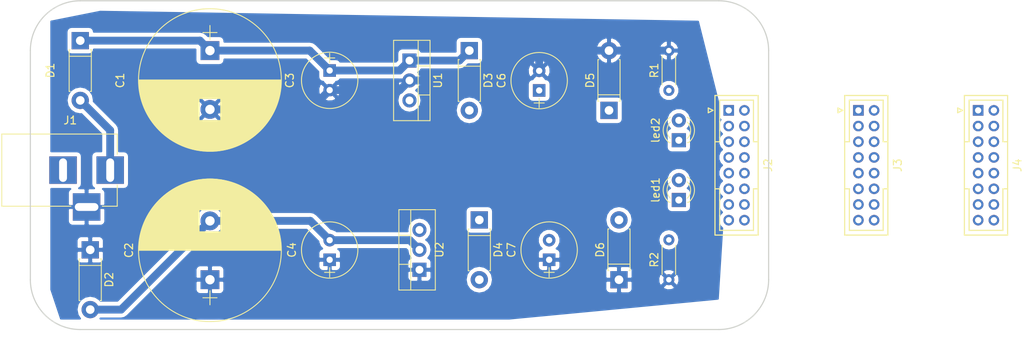
<source format=kicad_pcb>
(kicad_pcb (version 4) (host pcbnew 4.0.7-e2-6376~61~ubuntu18.04.1)

  (general
    (links 72)
    (no_connects 51)
    (area 54.534999 63.424999 148.665001 105.485001)
    (thickness 1.6)
    (drawings 13)
    (tracks 26)
    (zones 0)
    (modules 22)
    (nets 18)
  )

  (page A4)
  (layers
    (0 F.Cu signal)
    (31 B.Cu signal)
    (32 B.Adhes user)
    (33 F.Adhes user)
    (34 B.Paste user)
    (35 F.Paste user)
    (36 B.SilkS user)
    (37 F.SilkS user)
    (38 B.Mask user)
    (39 F.Mask user)
    (40 Dwgs.User user)
    (41 Cmts.User user)
    (42 Eco1.User user)
    (43 Eco2.User user)
    (44 Edge.Cuts user)
    (45 Margin user)
    (46 B.CrtYd user)
    (47 F.CrtYd user)
    (48 B.Fab user)
    (49 F.Fab user)
  )

  (setup
    (last_trace_width 1)
    (trace_clearance 0.2)
    (zone_clearance 0.508)
    (zone_45_only no)
    (trace_min 0.2)
    (segment_width 0.2)
    (edge_width 0.15)
    (via_size 0.6)
    (via_drill 0.4)
    (via_min_size 0.4)
    (via_min_drill 0.3)
    (uvia_size 0.3)
    (uvia_drill 0.1)
    (uvias_allowed no)
    (uvia_min_size 0.2)
    (uvia_min_drill 0.1)
    (pcb_text_width 0.3)
    (pcb_text_size 1.5 1.5)
    (mod_edge_width 0.15)
    (mod_text_size 1 1)
    (mod_text_width 0.15)
    (pad_size 1.524 1.524)
    (pad_drill 0.762)
    (pad_to_mask_clearance 0.2)
    (aux_axis_origin 0 0)
    (visible_elements FFFEFF7F)
    (pcbplotparams
      (layerselection 0x00030_80000001)
      (usegerberextensions false)
      (excludeedgelayer true)
      (linewidth 0.100000)
      (plotframeref false)
      (viasonmask false)
      (mode 1)
      (useauxorigin false)
      (hpglpennumber 1)
      (hpglpenspeed 20)
      (hpglpendiameter 15)
      (hpglpenoverlay 2)
      (psnegative false)
      (psa4output false)
      (plotreference true)
      (plotvalue true)
      (plotinvisibletext false)
      (padsonsilk false)
      (subtractmaskfromsilk false)
      (outputformat 1)
      (mirror false)
      (drillshape 1)
      (scaleselection 1)
      (outputdirectory ""))
  )

  (net 0 "")
  (net 1 "Net-(C1-Pad1)")
  (net 2 "Net-(C2-Pad2)")
  (net 3 "Net-(C6-Pad1)")
  (net 4 "Net-(C7-Pad2)")
  (net 5 "Net-(D1-Pad2)")
  (net 6 "Net-(J1-Pad2)")
  (net 7 "Net-(J2-Pad1)")
  (net 8 "Net-(J2-Pad3)")
  (net 9 "Net-(J2-Pad5)")
  (net 10 "Net-(R2-Pad2)")
  (net 11 "Net-(R1-Pad1)")
  (net 12 GND)
  (net 13 "Net-(J2-Pad8)")
  (net 14 "Net-(J2-Pad10)")
  (net 15 "Net-(J3-Pad8)")
  (net 16 "Net-(J3-Pad10)")
  (net 17 "Net-(J4-Pad8)")

  (net_class Default "This is the default net class."
    (clearance 0.2)
    (trace_width 1)
    (via_dia 0.6)
    (via_drill 0.4)
    (uvia_dia 0.3)
    (uvia_drill 0.1)
    (add_net GND)
    (add_net "Net-(C1-Pad1)")
    (add_net "Net-(C2-Pad2)")
    (add_net "Net-(C6-Pad1)")
    (add_net "Net-(C7-Pad2)")
    (add_net "Net-(D1-Pad2)")
    (add_net "Net-(J1-Pad2)")
    (add_net "Net-(J2-Pad1)")
    (add_net "Net-(J2-Pad10)")
    (add_net "Net-(J2-Pad3)")
    (add_net "Net-(J2-Pad5)")
    (add_net "Net-(J2-Pad8)")
    (add_net "Net-(J3-Pad10)")
    (add_net "Net-(J3-Pad8)")
    (add_net "Net-(J4-Pad8)")
    (add_net "Net-(R1-Pad1)")
    (add_net "Net-(R2-Pad2)")
  )

  (module Capacitors_THT:CP_Radial_D18.0mm_P7.50mm (layer F.Cu) (tedit 5B37FBBE) (tstamp 5B37FBA9)
    (at 77.47 69.85 270)
    (descr "CP, Radial series, Radial, pin pitch=7.50mm, , diameter=18mm, Electrolytic Capacitor")
    (tags "CP Radial series Radial pin pitch 7.50mm  diameter 18mm Electrolytic Capacitor")
    (path /5B37EB32)
    (fp_text reference C1 (at 3.81 11.43 270) (layer F.SilkS)
      (effects (font (size 1 1) (thickness 0.15)))
    )
    (fp_text value 4700u/75V (at 3.75 10.31 270) (layer F.Fab)
      (effects (font (size 1 1) (thickness 0.15)))
    )
    (fp_circle (center 3.75 0) (end 12.75 0) (layer F.Fab) (width 0.1))
    (fp_circle (center 3.75 0) (end 12.84 0) (layer F.SilkS) (width 0.12))
    (fp_line (start -3.2 0) (end -1.4 0) (layer F.Fab) (width 0.1))
    (fp_line (start -2.3 -0.9) (end -2.3 0.9) (layer F.Fab) (width 0.1))
    (fp_line (start 3.75 -9.05) (end 3.75 9.05) (layer F.SilkS) (width 0.12))
    (fp_line (start 3.79 -9.05) (end 3.79 9.05) (layer F.SilkS) (width 0.12))
    (fp_line (start 3.83 -9.05) (end 3.83 9.05) (layer F.SilkS) (width 0.12))
    (fp_line (start 3.87 -9.05) (end 3.87 9.05) (layer F.SilkS) (width 0.12))
    (fp_line (start 3.91 -9.049) (end 3.91 9.049) (layer F.SilkS) (width 0.12))
    (fp_line (start 3.95 -9.048) (end 3.95 9.048) (layer F.SilkS) (width 0.12))
    (fp_line (start 3.99 -9.047) (end 3.99 9.047) (layer F.SilkS) (width 0.12))
    (fp_line (start 4.03 -9.046) (end 4.03 9.046) (layer F.SilkS) (width 0.12))
    (fp_line (start 4.07 -9.045) (end 4.07 9.045) (layer F.SilkS) (width 0.12))
    (fp_line (start 4.11 -9.043) (end 4.11 9.043) (layer F.SilkS) (width 0.12))
    (fp_line (start 4.15 -9.042) (end 4.15 9.042) (layer F.SilkS) (width 0.12))
    (fp_line (start 4.19 -9.04) (end 4.19 9.04) (layer F.SilkS) (width 0.12))
    (fp_line (start 4.23 -9.038) (end 4.23 9.038) (layer F.SilkS) (width 0.12))
    (fp_line (start 4.27 -9.036) (end 4.27 9.036) (layer F.SilkS) (width 0.12))
    (fp_line (start 4.31 -9.033) (end 4.31 9.033) (layer F.SilkS) (width 0.12))
    (fp_line (start 4.35 -9.031) (end 4.35 9.031) (layer F.SilkS) (width 0.12))
    (fp_line (start 4.39 -9.028) (end 4.39 9.028) (layer F.SilkS) (width 0.12))
    (fp_line (start 4.43 -9.025) (end 4.43 9.025) (layer F.SilkS) (width 0.12))
    (fp_line (start 4.471 -9.022) (end 4.471 9.022) (layer F.SilkS) (width 0.12))
    (fp_line (start 4.511 -9.019) (end 4.511 9.019) (layer F.SilkS) (width 0.12))
    (fp_line (start 4.551 -9.015) (end 4.551 9.015) (layer F.SilkS) (width 0.12))
    (fp_line (start 4.591 -9.012) (end 4.591 9.012) (layer F.SilkS) (width 0.12))
    (fp_line (start 4.631 -9.008) (end 4.631 9.008) (layer F.SilkS) (width 0.12))
    (fp_line (start 4.671 -9.004) (end 4.671 9.004) (layer F.SilkS) (width 0.12))
    (fp_line (start 4.711 -9) (end 4.711 9) (layer F.SilkS) (width 0.12))
    (fp_line (start 4.751 -8.995) (end 4.751 8.995) (layer F.SilkS) (width 0.12))
    (fp_line (start 4.791 -8.991) (end 4.791 8.991) (layer F.SilkS) (width 0.12))
    (fp_line (start 4.831 -8.986) (end 4.831 8.986) (layer F.SilkS) (width 0.12))
    (fp_line (start 4.871 -8.981) (end 4.871 8.981) (layer F.SilkS) (width 0.12))
    (fp_line (start 4.911 -8.976) (end 4.911 8.976) (layer F.SilkS) (width 0.12))
    (fp_line (start 4.951 -8.971) (end 4.951 8.971) (layer F.SilkS) (width 0.12))
    (fp_line (start 4.991 -8.966) (end 4.991 8.966) (layer F.SilkS) (width 0.12))
    (fp_line (start 5.031 -8.96) (end 5.031 8.96) (layer F.SilkS) (width 0.12))
    (fp_line (start 5.071 -8.954) (end 5.071 8.954) (layer F.SilkS) (width 0.12))
    (fp_line (start 5.111 -8.948) (end 5.111 8.948) (layer F.SilkS) (width 0.12))
    (fp_line (start 5.151 -8.942) (end 5.151 8.942) (layer F.SilkS) (width 0.12))
    (fp_line (start 5.191 -8.936) (end 5.191 8.936) (layer F.SilkS) (width 0.12))
    (fp_line (start 5.231 -8.929) (end 5.231 8.929) (layer F.SilkS) (width 0.12))
    (fp_line (start 5.271 -8.923) (end 5.271 8.923) (layer F.SilkS) (width 0.12))
    (fp_line (start 5.311 -8.916) (end 5.311 8.916) (layer F.SilkS) (width 0.12))
    (fp_line (start 5.351 -8.909) (end 5.351 8.909) (layer F.SilkS) (width 0.12))
    (fp_line (start 5.391 -8.901) (end 5.391 8.901) (layer F.SilkS) (width 0.12))
    (fp_line (start 5.431 -8.894) (end 5.431 8.894) (layer F.SilkS) (width 0.12))
    (fp_line (start 5.471 -8.886) (end 5.471 8.886) (layer F.SilkS) (width 0.12))
    (fp_line (start 5.511 -8.878) (end 5.511 8.878) (layer F.SilkS) (width 0.12))
    (fp_line (start 5.551 -8.87) (end 5.551 8.87) (layer F.SilkS) (width 0.12))
    (fp_line (start 5.591 -8.862) (end 5.591 8.862) (layer F.SilkS) (width 0.12))
    (fp_line (start 5.631 -8.854) (end 5.631 8.854) (layer F.SilkS) (width 0.12))
    (fp_line (start 5.671 -8.845) (end 5.671 8.845) (layer F.SilkS) (width 0.12))
    (fp_line (start 5.711 -8.837) (end 5.711 8.837) (layer F.SilkS) (width 0.12))
    (fp_line (start 5.751 -8.828) (end 5.751 8.828) (layer F.SilkS) (width 0.12))
    (fp_line (start 5.791 -8.819) (end 5.791 8.819) (layer F.SilkS) (width 0.12))
    (fp_line (start 5.831 -8.809) (end 5.831 8.809) (layer F.SilkS) (width 0.12))
    (fp_line (start 5.871 -8.8) (end 5.871 8.8) (layer F.SilkS) (width 0.12))
    (fp_line (start 5.911 -8.79) (end 5.911 8.79) (layer F.SilkS) (width 0.12))
    (fp_line (start 5.951 -8.78) (end 5.951 8.78) (layer F.SilkS) (width 0.12))
    (fp_line (start 5.991 -8.77) (end 5.991 8.77) (layer F.SilkS) (width 0.12))
    (fp_line (start 6.031 -8.76) (end 6.031 8.76) (layer F.SilkS) (width 0.12))
    (fp_line (start 6.071 -8.749) (end 6.071 8.749) (layer F.SilkS) (width 0.12))
    (fp_line (start 6.111 -8.739) (end 6.111 8.739) (layer F.SilkS) (width 0.12))
    (fp_line (start 6.151 -8.728) (end 6.151 -1.38) (layer F.SilkS) (width 0.12))
    (fp_line (start 6.151 1.38) (end 6.151 8.728) (layer F.SilkS) (width 0.12))
    (fp_line (start 6.191 -8.717) (end 6.191 -1.38) (layer F.SilkS) (width 0.12))
    (fp_line (start 6.191 1.38) (end 6.191 8.717) (layer F.SilkS) (width 0.12))
    (fp_line (start 6.231 -8.706) (end 6.231 -1.38) (layer F.SilkS) (width 0.12))
    (fp_line (start 6.231 1.38) (end 6.231 8.706) (layer F.SilkS) (width 0.12))
    (fp_line (start 6.271 -8.694) (end 6.271 -1.38) (layer F.SilkS) (width 0.12))
    (fp_line (start 6.271 1.38) (end 6.271 8.694) (layer F.SilkS) (width 0.12))
    (fp_line (start 6.311 -8.683) (end 6.311 -1.38) (layer F.SilkS) (width 0.12))
    (fp_line (start 6.311 1.38) (end 6.311 8.683) (layer F.SilkS) (width 0.12))
    (fp_line (start 6.351 -8.671) (end 6.351 -1.38) (layer F.SilkS) (width 0.12))
    (fp_line (start 6.351 1.38) (end 6.351 8.671) (layer F.SilkS) (width 0.12))
    (fp_line (start 6.391 -8.659) (end 6.391 -1.38) (layer F.SilkS) (width 0.12))
    (fp_line (start 6.391 1.38) (end 6.391 8.659) (layer F.SilkS) (width 0.12))
    (fp_line (start 6.431 -8.646) (end 6.431 -1.38) (layer F.SilkS) (width 0.12))
    (fp_line (start 6.431 1.38) (end 6.431 8.646) (layer F.SilkS) (width 0.12))
    (fp_line (start 6.471 -8.634) (end 6.471 -1.38) (layer F.SilkS) (width 0.12))
    (fp_line (start 6.471 1.38) (end 6.471 8.634) (layer F.SilkS) (width 0.12))
    (fp_line (start 6.511 -8.621) (end 6.511 -1.38) (layer F.SilkS) (width 0.12))
    (fp_line (start 6.511 1.38) (end 6.511 8.621) (layer F.SilkS) (width 0.12))
    (fp_line (start 6.551 -8.609) (end 6.551 -1.38) (layer F.SilkS) (width 0.12))
    (fp_line (start 6.551 1.38) (end 6.551 8.609) (layer F.SilkS) (width 0.12))
    (fp_line (start 6.591 -8.595) (end 6.591 -1.38) (layer F.SilkS) (width 0.12))
    (fp_line (start 6.591 1.38) (end 6.591 8.595) (layer F.SilkS) (width 0.12))
    (fp_line (start 6.631 -8.582) (end 6.631 -1.38) (layer F.SilkS) (width 0.12))
    (fp_line (start 6.631 1.38) (end 6.631 8.582) (layer F.SilkS) (width 0.12))
    (fp_line (start 6.671 -8.569) (end 6.671 -1.38) (layer F.SilkS) (width 0.12))
    (fp_line (start 6.671 1.38) (end 6.671 8.569) (layer F.SilkS) (width 0.12))
    (fp_line (start 6.711 -8.555) (end 6.711 -1.38) (layer F.SilkS) (width 0.12))
    (fp_line (start 6.711 1.38) (end 6.711 8.555) (layer F.SilkS) (width 0.12))
    (fp_line (start 6.751 -8.541) (end 6.751 -1.38) (layer F.SilkS) (width 0.12))
    (fp_line (start 6.751 1.38) (end 6.751 8.541) (layer F.SilkS) (width 0.12))
    (fp_line (start 6.791 -8.527) (end 6.791 -1.38) (layer F.SilkS) (width 0.12))
    (fp_line (start 6.791 1.38) (end 6.791 8.527) (layer F.SilkS) (width 0.12))
    (fp_line (start 6.831 -8.513) (end 6.831 -1.38) (layer F.SilkS) (width 0.12))
    (fp_line (start 6.831 1.38) (end 6.831 8.513) (layer F.SilkS) (width 0.12))
    (fp_line (start 6.871 -8.498) (end 6.871 -1.38) (layer F.SilkS) (width 0.12))
    (fp_line (start 6.871 1.38) (end 6.871 8.498) (layer F.SilkS) (width 0.12))
    (fp_line (start 6.911 -8.484) (end 6.911 -1.38) (layer F.SilkS) (width 0.12))
    (fp_line (start 6.911 1.38) (end 6.911 8.484) (layer F.SilkS) (width 0.12))
    (fp_line (start 6.951 -8.469) (end 6.951 -1.38) (layer F.SilkS) (width 0.12))
    (fp_line (start 6.951 1.38) (end 6.951 8.469) (layer F.SilkS) (width 0.12))
    (fp_line (start 6.991 -8.453) (end 6.991 -1.38) (layer F.SilkS) (width 0.12))
    (fp_line (start 6.991 1.38) (end 6.991 8.453) (layer F.SilkS) (width 0.12))
    (fp_line (start 7.031 -8.438) (end 7.031 -1.38) (layer F.SilkS) (width 0.12))
    (fp_line (start 7.031 1.38) (end 7.031 8.438) (layer F.SilkS) (width 0.12))
    (fp_line (start 7.071 -8.423) (end 7.071 -1.38) (layer F.SilkS) (width 0.12))
    (fp_line (start 7.071 1.38) (end 7.071 8.423) (layer F.SilkS) (width 0.12))
    (fp_line (start 7.111 -8.407) (end 7.111 -1.38) (layer F.SilkS) (width 0.12))
    (fp_line (start 7.111 1.38) (end 7.111 8.407) (layer F.SilkS) (width 0.12))
    (fp_line (start 7.151 -8.391) (end 7.151 -1.38) (layer F.SilkS) (width 0.12))
    (fp_line (start 7.151 1.38) (end 7.151 8.391) (layer F.SilkS) (width 0.12))
    (fp_line (start 7.191 -8.374) (end 7.191 -1.38) (layer F.SilkS) (width 0.12))
    (fp_line (start 7.191 1.38) (end 7.191 8.374) (layer F.SilkS) (width 0.12))
    (fp_line (start 7.231 -8.358) (end 7.231 -1.38) (layer F.SilkS) (width 0.12))
    (fp_line (start 7.231 1.38) (end 7.231 8.358) (layer F.SilkS) (width 0.12))
    (fp_line (start 7.271 -8.341) (end 7.271 -1.38) (layer F.SilkS) (width 0.12))
    (fp_line (start 7.271 1.38) (end 7.271 8.341) (layer F.SilkS) (width 0.12))
    (fp_line (start 7.311 -8.324) (end 7.311 -1.38) (layer F.SilkS) (width 0.12))
    (fp_line (start 7.311 1.38) (end 7.311 8.324) (layer F.SilkS) (width 0.12))
    (fp_line (start 7.351 -8.307) (end 7.351 -1.38) (layer F.SilkS) (width 0.12))
    (fp_line (start 7.351 1.38) (end 7.351 8.307) (layer F.SilkS) (width 0.12))
    (fp_line (start 7.391 -8.29) (end 7.391 -1.38) (layer F.SilkS) (width 0.12))
    (fp_line (start 7.391 1.38) (end 7.391 8.29) (layer F.SilkS) (width 0.12))
    (fp_line (start 7.431 -8.272) (end 7.431 -1.38) (layer F.SilkS) (width 0.12))
    (fp_line (start 7.431 1.38) (end 7.431 8.272) (layer F.SilkS) (width 0.12))
    (fp_line (start 7.471 -8.254) (end 7.471 -1.38) (layer F.SilkS) (width 0.12))
    (fp_line (start 7.471 1.38) (end 7.471 8.254) (layer F.SilkS) (width 0.12))
    (fp_line (start 7.511 -8.236) (end 7.511 -1.38) (layer F.SilkS) (width 0.12))
    (fp_line (start 7.511 1.38) (end 7.511 8.236) (layer F.SilkS) (width 0.12))
    (fp_line (start 7.551 -8.218) (end 7.551 -1.38) (layer F.SilkS) (width 0.12))
    (fp_line (start 7.551 1.38) (end 7.551 8.218) (layer F.SilkS) (width 0.12))
    (fp_line (start 7.591 -8.2) (end 7.591 -1.38) (layer F.SilkS) (width 0.12))
    (fp_line (start 7.591 1.38) (end 7.591 8.2) (layer F.SilkS) (width 0.12))
    (fp_line (start 7.631 -8.181) (end 7.631 -1.38) (layer F.SilkS) (width 0.12))
    (fp_line (start 7.631 1.38) (end 7.631 8.181) (layer F.SilkS) (width 0.12))
    (fp_line (start 7.671 -8.162) (end 7.671 -1.38) (layer F.SilkS) (width 0.12))
    (fp_line (start 7.671 1.38) (end 7.671 8.162) (layer F.SilkS) (width 0.12))
    (fp_line (start 7.711 -8.143) (end 7.711 -1.38) (layer F.SilkS) (width 0.12))
    (fp_line (start 7.711 1.38) (end 7.711 8.143) (layer F.SilkS) (width 0.12))
    (fp_line (start 7.751 -8.123) (end 7.751 -1.38) (layer F.SilkS) (width 0.12))
    (fp_line (start 7.751 1.38) (end 7.751 8.123) (layer F.SilkS) (width 0.12))
    (fp_line (start 7.791 -8.103) (end 7.791 -1.38) (layer F.SilkS) (width 0.12))
    (fp_line (start 7.791 1.38) (end 7.791 8.103) (layer F.SilkS) (width 0.12))
    (fp_line (start 7.831 -8.083) (end 7.831 -1.38) (layer F.SilkS) (width 0.12))
    (fp_line (start 7.831 1.38) (end 7.831 8.083) (layer F.SilkS) (width 0.12))
    (fp_line (start 7.871 -8.063) (end 7.871 -1.38) (layer F.SilkS) (width 0.12))
    (fp_line (start 7.871 1.38) (end 7.871 8.063) (layer F.SilkS) (width 0.12))
    (fp_line (start 7.911 -8.043) (end 7.911 -1.38) (layer F.SilkS) (width 0.12))
    (fp_line (start 7.911 1.38) (end 7.911 8.043) (layer F.SilkS) (width 0.12))
    (fp_line (start 7.951 -8.022) (end 7.951 -1.38) (layer F.SilkS) (width 0.12))
    (fp_line (start 7.951 1.38) (end 7.951 8.022) (layer F.SilkS) (width 0.12))
    (fp_line (start 7.991 -8.001) (end 7.991 -1.38) (layer F.SilkS) (width 0.12))
    (fp_line (start 7.991 1.38) (end 7.991 8.001) (layer F.SilkS) (width 0.12))
    (fp_line (start 8.031 -7.98) (end 8.031 -1.38) (layer F.SilkS) (width 0.12))
    (fp_line (start 8.031 1.38) (end 8.031 7.98) (layer F.SilkS) (width 0.12))
    (fp_line (start 8.071 -7.958) (end 8.071 -1.38) (layer F.SilkS) (width 0.12))
    (fp_line (start 8.071 1.38) (end 8.071 7.958) (layer F.SilkS) (width 0.12))
    (fp_line (start 8.111 -7.937) (end 8.111 -1.38) (layer F.SilkS) (width 0.12))
    (fp_line (start 8.111 1.38) (end 8.111 7.937) (layer F.SilkS) (width 0.12))
    (fp_line (start 8.151 -7.915) (end 8.151 -1.38) (layer F.SilkS) (width 0.12))
    (fp_line (start 8.151 1.38) (end 8.151 7.915) (layer F.SilkS) (width 0.12))
    (fp_line (start 8.191 -7.892) (end 8.191 -1.38) (layer F.SilkS) (width 0.12))
    (fp_line (start 8.191 1.38) (end 8.191 7.892) (layer F.SilkS) (width 0.12))
    (fp_line (start 8.231 -7.87) (end 8.231 -1.38) (layer F.SilkS) (width 0.12))
    (fp_line (start 8.231 1.38) (end 8.231 7.87) (layer F.SilkS) (width 0.12))
    (fp_line (start 8.271 -7.847) (end 8.271 -1.38) (layer F.SilkS) (width 0.12))
    (fp_line (start 8.271 1.38) (end 8.271 7.847) (layer F.SilkS) (width 0.12))
    (fp_line (start 8.311 -7.824) (end 8.311 -1.38) (layer F.SilkS) (width 0.12))
    (fp_line (start 8.311 1.38) (end 8.311 7.824) (layer F.SilkS) (width 0.12))
    (fp_line (start 8.351 -7.801) (end 8.351 -1.38) (layer F.SilkS) (width 0.12))
    (fp_line (start 8.351 1.38) (end 8.351 7.801) (layer F.SilkS) (width 0.12))
    (fp_line (start 8.391 -7.777) (end 8.391 -1.38) (layer F.SilkS) (width 0.12))
    (fp_line (start 8.391 1.38) (end 8.391 7.777) (layer F.SilkS) (width 0.12))
    (fp_line (start 8.431 -7.753) (end 8.431 -1.38) (layer F.SilkS) (width 0.12))
    (fp_line (start 8.431 1.38) (end 8.431 7.753) (layer F.SilkS) (width 0.12))
    (fp_line (start 8.471 -7.729) (end 8.471 -1.38) (layer F.SilkS) (width 0.12))
    (fp_line (start 8.471 1.38) (end 8.471 7.729) (layer F.SilkS) (width 0.12))
    (fp_line (start 8.511 -7.705) (end 8.511 -1.38) (layer F.SilkS) (width 0.12))
    (fp_line (start 8.511 1.38) (end 8.511 7.705) (layer F.SilkS) (width 0.12))
    (fp_line (start 8.551 -7.68) (end 8.551 -1.38) (layer F.SilkS) (width 0.12))
    (fp_line (start 8.551 1.38) (end 8.551 7.68) (layer F.SilkS) (width 0.12))
    (fp_line (start 8.591 -7.655) (end 8.591 -1.38) (layer F.SilkS) (width 0.12))
    (fp_line (start 8.591 1.38) (end 8.591 7.655) (layer F.SilkS) (width 0.12))
    (fp_line (start 8.631 -7.63) (end 8.631 -1.38) (layer F.SilkS) (width 0.12))
    (fp_line (start 8.631 1.38) (end 8.631 7.63) (layer F.SilkS) (width 0.12))
    (fp_line (start 8.671 -7.604) (end 8.671 -1.38) (layer F.SilkS) (width 0.12))
    (fp_line (start 8.671 1.38) (end 8.671 7.604) (layer F.SilkS) (width 0.12))
    (fp_line (start 8.711 -7.578) (end 8.711 -1.38) (layer F.SilkS) (width 0.12))
    (fp_line (start 8.711 1.38) (end 8.711 7.578) (layer F.SilkS) (width 0.12))
    (fp_line (start 8.751 -7.552) (end 8.751 -1.38) (layer F.SilkS) (width 0.12))
    (fp_line (start 8.751 1.38) (end 8.751 7.552) (layer F.SilkS) (width 0.12))
    (fp_line (start 8.791 -7.525) (end 8.791 -1.38) (layer F.SilkS) (width 0.12))
    (fp_line (start 8.791 1.38) (end 8.791 7.525) (layer F.SilkS) (width 0.12))
    (fp_line (start 8.831 -7.499) (end 8.831 -1.38) (layer F.SilkS) (width 0.12))
    (fp_line (start 8.831 1.38) (end 8.831 7.499) (layer F.SilkS) (width 0.12))
    (fp_line (start 8.871 -7.471) (end 8.871 -1.38) (layer F.SilkS) (width 0.12))
    (fp_line (start 8.871 1.38) (end 8.871 7.471) (layer F.SilkS) (width 0.12))
    (fp_line (start 8.911 -7.444) (end 8.911 7.444) (layer F.SilkS) (width 0.12))
    (fp_line (start 8.951 -7.416) (end 8.951 7.416) (layer F.SilkS) (width 0.12))
    (fp_line (start 8.991 -7.388) (end 8.991 7.388) (layer F.SilkS) (width 0.12))
    (fp_line (start 9.031 -7.36) (end 9.031 7.36) (layer F.SilkS) (width 0.12))
    (fp_line (start 9.071 -7.331) (end 9.071 7.331) (layer F.SilkS) (width 0.12))
    (fp_line (start 9.111 -7.302) (end 9.111 7.302) (layer F.SilkS) (width 0.12))
    (fp_line (start 9.151 -7.273) (end 9.151 7.273) (layer F.SilkS) (width 0.12))
    (fp_line (start 9.191 -7.243) (end 9.191 7.243) (layer F.SilkS) (width 0.12))
    (fp_line (start 9.231 -7.213) (end 9.231 7.213) (layer F.SilkS) (width 0.12))
    (fp_line (start 9.271 -7.183) (end 9.271 7.183) (layer F.SilkS) (width 0.12))
    (fp_line (start 9.311 -7.152) (end 9.311 7.152) (layer F.SilkS) (width 0.12))
    (fp_line (start 9.351 -7.121) (end 9.351 7.121) (layer F.SilkS) (width 0.12))
    (fp_line (start 9.391 -7.089) (end 9.391 7.089) (layer F.SilkS) (width 0.12))
    (fp_line (start 9.431 -7.057) (end 9.431 7.057) (layer F.SilkS) (width 0.12))
    (fp_line (start 9.471 -7.025) (end 9.471 7.025) (layer F.SilkS) (width 0.12))
    (fp_line (start 9.511 -6.993) (end 9.511 6.993) (layer F.SilkS) (width 0.12))
    (fp_line (start 9.551 -6.96) (end 9.551 6.96) (layer F.SilkS) (width 0.12))
    (fp_line (start 9.591 -6.926) (end 9.591 6.926) (layer F.SilkS) (width 0.12))
    (fp_line (start 9.631 -6.893) (end 9.631 6.893) (layer F.SilkS) (width 0.12))
    (fp_line (start 9.671 -6.858) (end 9.671 6.858) (layer F.SilkS) (width 0.12))
    (fp_line (start 9.711 -6.824) (end 9.711 6.824) (layer F.SilkS) (width 0.12))
    (fp_line (start 9.751 -6.789) (end 9.751 6.789) (layer F.SilkS) (width 0.12))
    (fp_line (start 9.791 -6.754) (end 9.791 6.754) (layer F.SilkS) (width 0.12))
    (fp_line (start 9.831 -6.718) (end 9.831 6.718) (layer F.SilkS) (width 0.12))
    (fp_line (start 9.871 -6.682) (end 9.871 6.682) (layer F.SilkS) (width 0.12))
    (fp_line (start 9.911 -6.645) (end 9.911 6.645) (layer F.SilkS) (width 0.12))
    (fp_line (start 9.951 -6.608) (end 9.951 6.608) (layer F.SilkS) (width 0.12))
    (fp_line (start 9.991 -6.57) (end 9.991 6.57) (layer F.SilkS) (width 0.12))
    (fp_line (start 10.031 -6.532) (end 10.031 6.532) (layer F.SilkS) (width 0.12))
    (fp_line (start 10.071 -6.494) (end 10.071 6.494) (layer F.SilkS) (width 0.12))
    (fp_line (start 10.111 -6.455) (end 10.111 6.455) (layer F.SilkS) (width 0.12))
    (fp_line (start 10.151 -6.416) (end 10.151 6.416) (layer F.SilkS) (width 0.12))
    (fp_line (start 10.191 -6.376) (end 10.191 6.376) (layer F.SilkS) (width 0.12))
    (fp_line (start 10.231 -6.335) (end 10.231 6.335) (layer F.SilkS) (width 0.12))
    (fp_line (start 10.271 -6.294) (end 10.271 6.294) (layer F.SilkS) (width 0.12))
    (fp_line (start 10.311 -6.253) (end 10.311 6.253) (layer F.SilkS) (width 0.12))
    (fp_line (start 10.351 -6.211) (end 10.351 6.211) (layer F.SilkS) (width 0.12))
    (fp_line (start 10.391 -6.168) (end 10.391 6.168) (layer F.SilkS) (width 0.12))
    (fp_line (start 10.431 -6.125) (end 10.431 6.125) (layer F.SilkS) (width 0.12))
    (fp_line (start 10.471 -6.082) (end 10.471 6.082) (layer F.SilkS) (width 0.12))
    (fp_line (start 10.511 -6.038) (end 10.511 6.038) (layer F.SilkS) (width 0.12))
    (fp_line (start 10.551 -5.993) (end 10.551 5.993) (layer F.SilkS) (width 0.12))
    (fp_line (start 10.591 -5.947) (end 10.591 5.947) (layer F.SilkS) (width 0.12))
    (fp_line (start 10.631 -5.901) (end 10.631 5.901) (layer F.SilkS) (width 0.12))
    (fp_line (start 10.671 -5.855) (end 10.671 5.855) (layer F.SilkS) (width 0.12))
    (fp_line (start 10.711 -5.807) (end 10.711 5.807) (layer F.SilkS) (width 0.12))
    (fp_line (start 10.751 -5.759) (end 10.751 5.759) (layer F.SilkS) (width 0.12))
    (fp_line (start 10.791 -5.711) (end 10.791 5.711) (layer F.SilkS) (width 0.12))
    (fp_line (start 10.831 -5.662) (end 10.831 5.662) (layer F.SilkS) (width 0.12))
    (fp_line (start 10.871 -5.611) (end 10.871 5.611) (layer F.SilkS) (width 0.12))
    (fp_line (start 10.911 -5.561) (end 10.911 5.561) (layer F.SilkS) (width 0.12))
    (fp_line (start 10.951 -5.509) (end 10.951 5.509) (layer F.SilkS) (width 0.12))
    (fp_line (start 10.991 -5.457) (end 10.991 5.457) (layer F.SilkS) (width 0.12))
    (fp_line (start 11.031 -5.404) (end 11.031 5.404) (layer F.SilkS) (width 0.12))
    (fp_line (start 11.071 -5.35) (end 11.071 5.35) (layer F.SilkS) (width 0.12))
    (fp_line (start 11.111 -5.295) (end 11.111 5.295) (layer F.SilkS) (width 0.12))
    (fp_line (start 11.151 -5.24) (end 11.151 5.24) (layer F.SilkS) (width 0.12))
    (fp_line (start 11.191 -5.183) (end 11.191 5.183) (layer F.SilkS) (width 0.12))
    (fp_line (start 11.231 -5.126) (end 11.231 5.126) (layer F.SilkS) (width 0.12))
    (fp_line (start 11.271 -5.067) (end 11.271 5.067) (layer F.SilkS) (width 0.12))
    (fp_line (start 11.311 -5.008) (end 11.311 5.008) (layer F.SilkS) (width 0.12))
    (fp_line (start 11.351 -4.947) (end 11.351 4.947) (layer F.SilkS) (width 0.12))
    (fp_line (start 11.391 -4.886) (end 11.391 4.886) (layer F.SilkS) (width 0.12))
    (fp_line (start 11.431 -4.823) (end 11.431 4.823) (layer F.SilkS) (width 0.12))
    (fp_line (start 11.471 -4.759) (end 11.471 4.759) (layer F.SilkS) (width 0.12))
    (fp_line (start 11.511 -4.694) (end 11.511 4.694) (layer F.SilkS) (width 0.12))
    (fp_line (start 11.551 -4.628) (end 11.551 4.628) (layer F.SilkS) (width 0.12))
    (fp_line (start 11.591 -4.561) (end 11.591 4.561) (layer F.SilkS) (width 0.12))
    (fp_line (start 11.631 -4.492) (end 11.631 4.492) (layer F.SilkS) (width 0.12))
    (fp_line (start 11.671 -4.422) (end 11.671 4.422) (layer F.SilkS) (width 0.12))
    (fp_line (start 11.711 -4.35) (end 11.711 4.35) (layer F.SilkS) (width 0.12))
    (fp_line (start 11.751 -4.277) (end 11.751 4.277) (layer F.SilkS) (width 0.12))
    (fp_line (start 11.791 -4.202) (end 11.791 4.202) (layer F.SilkS) (width 0.12))
    (fp_line (start 11.831 -4.125) (end 11.831 4.125) (layer F.SilkS) (width 0.12))
    (fp_line (start 11.871 -4.046) (end 11.871 4.046) (layer F.SilkS) (width 0.12))
    (fp_line (start 11.911 -3.966) (end 11.911 3.966) (layer F.SilkS) (width 0.12))
    (fp_line (start 11.95 -3.883) (end 11.95 3.883) (layer F.SilkS) (width 0.12))
    (fp_line (start 11.99 -3.799) (end 11.99 3.799) (layer F.SilkS) (width 0.12))
    (fp_line (start 12.03 -3.711) (end 12.03 3.711) (layer F.SilkS) (width 0.12))
    (fp_line (start 12.07 -3.622) (end 12.07 3.622) (layer F.SilkS) (width 0.12))
    (fp_line (start 12.11 -3.53) (end 12.11 3.53) (layer F.SilkS) (width 0.12))
    (fp_line (start 12.15 -3.434) (end 12.15 3.434) (layer F.SilkS) (width 0.12))
    (fp_line (start 12.19 -3.336) (end 12.19 3.336) (layer F.SilkS) (width 0.12))
    (fp_line (start 12.23 -3.234) (end 12.23 3.234) (layer F.SilkS) (width 0.12))
    (fp_line (start 12.27 -3.129) (end 12.27 3.129) (layer F.SilkS) (width 0.12))
    (fp_line (start 12.31 -3.019) (end 12.31 3.019) (layer F.SilkS) (width 0.12))
    (fp_line (start 12.35 -2.905) (end 12.35 2.905) (layer F.SilkS) (width 0.12))
    (fp_line (start 12.39 -2.785) (end 12.39 2.785) (layer F.SilkS) (width 0.12))
    (fp_line (start 12.43 -2.66) (end 12.43 2.66) (layer F.SilkS) (width 0.12))
    (fp_line (start 12.47 -2.528) (end 12.47 2.528) (layer F.SilkS) (width 0.12))
    (fp_line (start 12.51 -2.388) (end 12.51 2.388) (layer F.SilkS) (width 0.12))
    (fp_line (start 12.55 -2.238) (end 12.55 2.238) (layer F.SilkS) (width 0.12))
    (fp_line (start 12.59 -2.078) (end 12.59 2.078) (layer F.SilkS) (width 0.12))
    (fp_line (start 12.63 -1.903) (end 12.63 1.903) (layer F.SilkS) (width 0.12))
    (fp_line (start 12.67 -1.71) (end 12.67 1.71) (layer F.SilkS) (width 0.12))
    (fp_line (start 12.71 -1.492) (end 12.71 1.492) (layer F.SilkS) (width 0.12))
    (fp_line (start 12.75 -1.236) (end 12.75 1.236) (layer F.SilkS) (width 0.12))
    (fp_line (start 12.79 -0.913) (end 12.79 0.913) (layer F.SilkS) (width 0.12))
    (fp_line (start 12.83 -0.387) (end 12.83 0.387) (layer F.SilkS) (width 0.12))
    (fp_line (start -3.2 0) (end -1.4 0) (layer F.SilkS) (width 0.12))
    (fp_line (start -2.3 -0.9) (end -2.3 0.9) (layer F.SilkS) (width 0.12))
    (fp_line (start -5.6 -9.35) (end -5.6 9.35) (layer F.CrtYd) (width 0.05))
    (fp_line (start -5.6 9.35) (end 13.1 9.35) (layer F.CrtYd) (width 0.05))
    (fp_line (start 13.1 9.35) (end 13.1 -9.35) (layer F.CrtYd) (width 0.05))
    (fp_line (start 13.1 -9.35) (end -5.6 -9.35) (layer F.CrtYd) (width 0.05))
    (fp_text user %R (at 3.75 0 270) (layer F.Fab)
      (effects (font (size 1 1) (thickness 0.15)))
    )
    (pad 1 thru_hole rect (at 0 0 270) (size 2.4 2.4) (drill 1.2) (layers *.Cu *.Mask)
      (net 1 "Net-(C1-Pad1)"))
    (pad 2 thru_hole circle (at 7.5 0 270) (size 2.4 2.4) (drill 1.2) (layers *.Cu *.Mask)
      (net 12 GND))
    (model ${KISYS3DMOD}/Capacitors_THT.3dshapes/CP_Radial_D18.0mm_P7.50mm.wrl
      (at (xyz 0 0 0))
      (scale (xyz 1 1 1))
      (rotate (xyz 0 0 0))
    )
  )

  (module Capacitors_THT:CP_Radial_D18.0mm_P7.50mm (layer F.Cu) (tedit 597BC7C2) (tstamp 5B37FCE3)
    (at 77.47 99.06 90)
    (descr "CP, Radial series, Radial, pin pitch=7.50mm, , diameter=18mm, Electrolytic Capacitor")
    (tags "CP Radial series Radial pin pitch 7.50mm  diameter 18mm Electrolytic Capacitor")
    (path /5B37E726)
    (fp_text reference C2 (at 3.75 -10.31 90) (layer F.SilkS)
      (effects (font (size 1 1) (thickness 0.15)))
    )
    (fp_text value 4700u/75V (at 3.75 10.31 90) (layer F.Fab)
      (effects (font (size 1 1) (thickness 0.15)))
    )
    (fp_circle (center 3.75 0) (end 12.75 0) (layer F.Fab) (width 0.1))
    (fp_circle (center 3.75 0) (end 12.84 0) (layer F.SilkS) (width 0.12))
    (fp_line (start -3.2 0) (end -1.4 0) (layer F.Fab) (width 0.1))
    (fp_line (start -2.3 -0.9) (end -2.3 0.9) (layer F.Fab) (width 0.1))
    (fp_line (start 3.75 -9.05) (end 3.75 9.05) (layer F.SilkS) (width 0.12))
    (fp_line (start 3.79 -9.05) (end 3.79 9.05) (layer F.SilkS) (width 0.12))
    (fp_line (start 3.83 -9.05) (end 3.83 9.05) (layer F.SilkS) (width 0.12))
    (fp_line (start 3.87 -9.05) (end 3.87 9.05) (layer F.SilkS) (width 0.12))
    (fp_line (start 3.91 -9.049) (end 3.91 9.049) (layer F.SilkS) (width 0.12))
    (fp_line (start 3.95 -9.048) (end 3.95 9.048) (layer F.SilkS) (width 0.12))
    (fp_line (start 3.99 -9.047) (end 3.99 9.047) (layer F.SilkS) (width 0.12))
    (fp_line (start 4.03 -9.046) (end 4.03 9.046) (layer F.SilkS) (width 0.12))
    (fp_line (start 4.07 -9.045) (end 4.07 9.045) (layer F.SilkS) (width 0.12))
    (fp_line (start 4.11 -9.043) (end 4.11 9.043) (layer F.SilkS) (width 0.12))
    (fp_line (start 4.15 -9.042) (end 4.15 9.042) (layer F.SilkS) (width 0.12))
    (fp_line (start 4.19 -9.04) (end 4.19 9.04) (layer F.SilkS) (width 0.12))
    (fp_line (start 4.23 -9.038) (end 4.23 9.038) (layer F.SilkS) (width 0.12))
    (fp_line (start 4.27 -9.036) (end 4.27 9.036) (layer F.SilkS) (width 0.12))
    (fp_line (start 4.31 -9.033) (end 4.31 9.033) (layer F.SilkS) (width 0.12))
    (fp_line (start 4.35 -9.031) (end 4.35 9.031) (layer F.SilkS) (width 0.12))
    (fp_line (start 4.39 -9.028) (end 4.39 9.028) (layer F.SilkS) (width 0.12))
    (fp_line (start 4.43 -9.025) (end 4.43 9.025) (layer F.SilkS) (width 0.12))
    (fp_line (start 4.471 -9.022) (end 4.471 9.022) (layer F.SilkS) (width 0.12))
    (fp_line (start 4.511 -9.019) (end 4.511 9.019) (layer F.SilkS) (width 0.12))
    (fp_line (start 4.551 -9.015) (end 4.551 9.015) (layer F.SilkS) (width 0.12))
    (fp_line (start 4.591 -9.012) (end 4.591 9.012) (layer F.SilkS) (width 0.12))
    (fp_line (start 4.631 -9.008) (end 4.631 9.008) (layer F.SilkS) (width 0.12))
    (fp_line (start 4.671 -9.004) (end 4.671 9.004) (layer F.SilkS) (width 0.12))
    (fp_line (start 4.711 -9) (end 4.711 9) (layer F.SilkS) (width 0.12))
    (fp_line (start 4.751 -8.995) (end 4.751 8.995) (layer F.SilkS) (width 0.12))
    (fp_line (start 4.791 -8.991) (end 4.791 8.991) (layer F.SilkS) (width 0.12))
    (fp_line (start 4.831 -8.986) (end 4.831 8.986) (layer F.SilkS) (width 0.12))
    (fp_line (start 4.871 -8.981) (end 4.871 8.981) (layer F.SilkS) (width 0.12))
    (fp_line (start 4.911 -8.976) (end 4.911 8.976) (layer F.SilkS) (width 0.12))
    (fp_line (start 4.951 -8.971) (end 4.951 8.971) (layer F.SilkS) (width 0.12))
    (fp_line (start 4.991 -8.966) (end 4.991 8.966) (layer F.SilkS) (width 0.12))
    (fp_line (start 5.031 -8.96) (end 5.031 8.96) (layer F.SilkS) (width 0.12))
    (fp_line (start 5.071 -8.954) (end 5.071 8.954) (layer F.SilkS) (width 0.12))
    (fp_line (start 5.111 -8.948) (end 5.111 8.948) (layer F.SilkS) (width 0.12))
    (fp_line (start 5.151 -8.942) (end 5.151 8.942) (layer F.SilkS) (width 0.12))
    (fp_line (start 5.191 -8.936) (end 5.191 8.936) (layer F.SilkS) (width 0.12))
    (fp_line (start 5.231 -8.929) (end 5.231 8.929) (layer F.SilkS) (width 0.12))
    (fp_line (start 5.271 -8.923) (end 5.271 8.923) (layer F.SilkS) (width 0.12))
    (fp_line (start 5.311 -8.916) (end 5.311 8.916) (layer F.SilkS) (width 0.12))
    (fp_line (start 5.351 -8.909) (end 5.351 8.909) (layer F.SilkS) (width 0.12))
    (fp_line (start 5.391 -8.901) (end 5.391 8.901) (layer F.SilkS) (width 0.12))
    (fp_line (start 5.431 -8.894) (end 5.431 8.894) (layer F.SilkS) (width 0.12))
    (fp_line (start 5.471 -8.886) (end 5.471 8.886) (layer F.SilkS) (width 0.12))
    (fp_line (start 5.511 -8.878) (end 5.511 8.878) (layer F.SilkS) (width 0.12))
    (fp_line (start 5.551 -8.87) (end 5.551 8.87) (layer F.SilkS) (width 0.12))
    (fp_line (start 5.591 -8.862) (end 5.591 8.862) (layer F.SilkS) (width 0.12))
    (fp_line (start 5.631 -8.854) (end 5.631 8.854) (layer F.SilkS) (width 0.12))
    (fp_line (start 5.671 -8.845) (end 5.671 8.845) (layer F.SilkS) (width 0.12))
    (fp_line (start 5.711 -8.837) (end 5.711 8.837) (layer F.SilkS) (width 0.12))
    (fp_line (start 5.751 -8.828) (end 5.751 8.828) (layer F.SilkS) (width 0.12))
    (fp_line (start 5.791 -8.819) (end 5.791 8.819) (layer F.SilkS) (width 0.12))
    (fp_line (start 5.831 -8.809) (end 5.831 8.809) (layer F.SilkS) (width 0.12))
    (fp_line (start 5.871 -8.8) (end 5.871 8.8) (layer F.SilkS) (width 0.12))
    (fp_line (start 5.911 -8.79) (end 5.911 8.79) (layer F.SilkS) (width 0.12))
    (fp_line (start 5.951 -8.78) (end 5.951 8.78) (layer F.SilkS) (width 0.12))
    (fp_line (start 5.991 -8.77) (end 5.991 8.77) (layer F.SilkS) (width 0.12))
    (fp_line (start 6.031 -8.76) (end 6.031 8.76) (layer F.SilkS) (width 0.12))
    (fp_line (start 6.071 -8.749) (end 6.071 8.749) (layer F.SilkS) (width 0.12))
    (fp_line (start 6.111 -8.739) (end 6.111 8.739) (layer F.SilkS) (width 0.12))
    (fp_line (start 6.151 -8.728) (end 6.151 -1.38) (layer F.SilkS) (width 0.12))
    (fp_line (start 6.151 1.38) (end 6.151 8.728) (layer F.SilkS) (width 0.12))
    (fp_line (start 6.191 -8.717) (end 6.191 -1.38) (layer F.SilkS) (width 0.12))
    (fp_line (start 6.191 1.38) (end 6.191 8.717) (layer F.SilkS) (width 0.12))
    (fp_line (start 6.231 -8.706) (end 6.231 -1.38) (layer F.SilkS) (width 0.12))
    (fp_line (start 6.231 1.38) (end 6.231 8.706) (layer F.SilkS) (width 0.12))
    (fp_line (start 6.271 -8.694) (end 6.271 -1.38) (layer F.SilkS) (width 0.12))
    (fp_line (start 6.271 1.38) (end 6.271 8.694) (layer F.SilkS) (width 0.12))
    (fp_line (start 6.311 -8.683) (end 6.311 -1.38) (layer F.SilkS) (width 0.12))
    (fp_line (start 6.311 1.38) (end 6.311 8.683) (layer F.SilkS) (width 0.12))
    (fp_line (start 6.351 -8.671) (end 6.351 -1.38) (layer F.SilkS) (width 0.12))
    (fp_line (start 6.351 1.38) (end 6.351 8.671) (layer F.SilkS) (width 0.12))
    (fp_line (start 6.391 -8.659) (end 6.391 -1.38) (layer F.SilkS) (width 0.12))
    (fp_line (start 6.391 1.38) (end 6.391 8.659) (layer F.SilkS) (width 0.12))
    (fp_line (start 6.431 -8.646) (end 6.431 -1.38) (layer F.SilkS) (width 0.12))
    (fp_line (start 6.431 1.38) (end 6.431 8.646) (layer F.SilkS) (width 0.12))
    (fp_line (start 6.471 -8.634) (end 6.471 -1.38) (layer F.SilkS) (width 0.12))
    (fp_line (start 6.471 1.38) (end 6.471 8.634) (layer F.SilkS) (width 0.12))
    (fp_line (start 6.511 -8.621) (end 6.511 -1.38) (layer F.SilkS) (width 0.12))
    (fp_line (start 6.511 1.38) (end 6.511 8.621) (layer F.SilkS) (width 0.12))
    (fp_line (start 6.551 -8.609) (end 6.551 -1.38) (layer F.SilkS) (width 0.12))
    (fp_line (start 6.551 1.38) (end 6.551 8.609) (layer F.SilkS) (width 0.12))
    (fp_line (start 6.591 -8.595) (end 6.591 -1.38) (layer F.SilkS) (width 0.12))
    (fp_line (start 6.591 1.38) (end 6.591 8.595) (layer F.SilkS) (width 0.12))
    (fp_line (start 6.631 -8.582) (end 6.631 -1.38) (layer F.SilkS) (width 0.12))
    (fp_line (start 6.631 1.38) (end 6.631 8.582) (layer F.SilkS) (width 0.12))
    (fp_line (start 6.671 -8.569) (end 6.671 -1.38) (layer F.SilkS) (width 0.12))
    (fp_line (start 6.671 1.38) (end 6.671 8.569) (layer F.SilkS) (width 0.12))
    (fp_line (start 6.711 -8.555) (end 6.711 -1.38) (layer F.SilkS) (width 0.12))
    (fp_line (start 6.711 1.38) (end 6.711 8.555) (layer F.SilkS) (width 0.12))
    (fp_line (start 6.751 -8.541) (end 6.751 -1.38) (layer F.SilkS) (width 0.12))
    (fp_line (start 6.751 1.38) (end 6.751 8.541) (layer F.SilkS) (width 0.12))
    (fp_line (start 6.791 -8.527) (end 6.791 -1.38) (layer F.SilkS) (width 0.12))
    (fp_line (start 6.791 1.38) (end 6.791 8.527) (layer F.SilkS) (width 0.12))
    (fp_line (start 6.831 -8.513) (end 6.831 -1.38) (layer F.SilkS) (width 0.12))
    (fp_line (start 6.831 1.38) (end 6.831 8.513) (layer F.SilkS) (width 0.12))
    (fp_line (start 6.871 -8.498) (end 6.871 -1.38) (layer F.SilkS) (width 0.12))
    (fp_line (start 6.871 1.38) (end 6.871 8.498) (layer F.SilkS) (width 0.12))
    (fp_line (start 6.911 -8.484) (end 6.911 -1.38) (layer F.SilkS) (width 0.12))
    (fp_line (start 6.911 1.38) (end 6.911 8.484) (layer F.SilkS) (width 0.12))
    (fp_line (start 6.951 -8.469) (end 6.951 -1.38) (layer F.SilkS) (width 0.12))
    (fp_line (start 6.951 1.38) (end 6.951 8.469) (layer F.SilkS) (width 0.12))
    (fp_line (start 6.991 -8.453) (end 6.991 -1.38) (layer F.SilkS) (width 0.12))
    (fp_line (start 6.991 1.38) (end 6.991 8.453) (layer F.SilkS) (width 0.12))
    (fp_line (start 7.031 -8.438) (end 7.031 -1.38) (layer F.SilkS) (width 0.12))
    (fp_line (start 7.031 1.38) (end 7.031 8.438) (layer F.SilkS) (width 0.12))
    (fp_line (start 7.071 -8.423) (end 7.071 -1.38) (layer F.SilkS) (width 0.12))
    (fp_line (start 7.071 1.38) (end 7.071 8.423) (layer F.SilkS) (width 0.12))
    (fp_line (start 7.111 -8.407) (end 7.111 -1.38) (layer F.SilkS) (width 0.12))
    (fp_line (start 7.111 1.38) (end 7.111 8.407) (layer F.SilkS) (width 0.12))
    (fp_line (start 7.151 -8.391) (end 7.151 -1.38) (layer F.SilkS) (width 0.12))
    (fp_line (start 7.151 1.38) (end 7.151 8.391) (layer F.SilkS) (width 0.12))
    (fp_line (start 7.191 -8.374) (end 7.191 -1.38) (layer F.SilkS) (width 0.12))
    (fp_line (start 7.191 1.38) (end 7.191 8.374) (layer F.SilkS) (width 0.12))
    (fp_line (start 7.231 -8.358) (end 7.231 -1.38) (layer F.SilkS) (width 0.12))
    (fp_line (start 7.231 1.38) (end 7.231 8.358) (layer F.SilkS) (width 0.12))
    (fp_line (start 7.271 -8.341) (end 7.271 -1.38) (layer F.SilkS) (width 0.12))
    (fp_line (start 7.271 1.38) (end 7.271 8.341) (layer F.SilkS) (width 0.12))
    (fp_line (start 7.311 -8.324) (end 7.311 -1.38) (layer F.SilkS) (width 0.12))
    (fp_line (start 7.311 1.38) (end 7.311 8.324) (layer F.SilkS) (width 0.12))
    (fp_line (start 7.351 -8.307) (end 7.351 -1.38) (layer F.SilkS) (width 0.12))
    (fp_line (start 7.351 1.38) (end 7.351 8.307) (layer F.SilkS) (width 0.12))
    (fp_line (start 7.391 -8.29) (end 7.391 -1.38) (layer F.SilkS) (width 0.12))
    (fp_line (start 7.391 1.38) (end 7.391 8.29) (layer F.SilkS) (width 0.12))
    (fp_line (start 7.431 -8.272) (end 7.431 -1.38) (layer F.SilkS) (width 0.12))
    (fp_line (start 7.431 1.38) (end 7.431 8.272) (layer F.SilkS) (width 0.12))
    (fp_line (start 7.471 -8.254) (end 7.471 -1.38) (layer F.SilkS) (width 0.12))
    (fp_line (start 7.471 1.38) (end 7.471 8.254) (layer F.SilkS) (width 0.12))
    (fp_line (start 7.511 -8.236) (end 7.511 -1.38) (layer F.SilkS) (width 0.12))
    (fp_line (start 7.511 1.38) (end 7.511 8.236) (layer F.SilkS) (width 0.12))
    (fp_line (start 7.551 -8.218) (end 7.551 -1.38) (layer F.SilkS) (width 0.12))
    (fp_line (start 7.551 1.38) (end 7.551 8.218) (layer F.SilkS) (width 0.12))
    (fp_line (start 7.591 -8.2) (end 7.591 -1.38) (layer F.SilkS) (width 0.12))
    (fp_line (start 7.591 1.38) (end 7.591 8.2) (layer F.SilkS) (width 0.12))
    (fp_line (start 7.631 -8.181) (end 7.631 -1.38) (layer F.SilkS) (width 0.12))
    (fp_line (start 7.631 1.38) (end 7.631 8.181) (layer F.SilkS) (width 0.12))
    (fp_line (start 7.671 -8.162) (end 7.671 -1.38) (layer F.SilkS) (width 0.12))
    (fp_line (start 7.671 1.38) (end 7.671 8.162) (layer F.SilkS) (width 0.12))
    (fp_line (start 7.711 -8.143) (end 7.711 -1.38) (layer F.SilkS) (width 0.12))
    (fp_line (start 7.711 1.38) (end 7.711 8.143) (layer F.SilkS) (width 0.12))
    (fp_line (start 7.751 -8.123) (end 7.751 -1.38) (layer F.SilkS) (width 0.12))
    (fp_line (start 7.751 1.38) (end 7.751 8.123) (layer F.SilkS) (width 0.12))
    (fp_line (start 7.791 -8.103) (end 7.791 -1.38) (layer F.SilkS) (width 0.12))
    (fp_line (start 7.791 1.38) (end 7.791 8.103) (layer F.SilkS) (width 0.12))
    (fp_line (start 7.831 -8.083) (end 7.831 -1.38) (layer F.SilkS) (width 0.12))
    (fp_line (start 7.831 1.38) (end 7.831 8.083) (layer F.SilkS) (width 0.12))
    (fp_line (start 7.871 -8.063) (end 7.871 -1.38) (layer F.SilkS) (width 0.12))
    (fp_line (start 7.871 1.38) (end 7.871 8.063) (layer F.SilkS) (width 0.12))
    (fp_line (start 7.911 -8.043) (end 7.911 -1.38) (layer F.SilkS) (width 0.12))
    (fp_line (start 7.911 1.38) (end 7.911 8.043) (layer F.SilkS) (width 0.12))
    (fp_line (start 7.951 -8.022) (end 7.951 -1.38) (layer F.SilkS) (width 0.12))
    (fp_line (start 7.951 1.38) (end 7.951 8.022) (layer F.SilkS) (width 0.12))
    (fp_line (start 7.991 -8.001) (end 7.991 -1.38) (layer F.SilkS) (width 0.12))
    (fp_line (start 7.991 1.38) (end 7.991 8.001) (layer F.SilkS) (width 0.12))
    (fp_line (start 8.031 -7.98) (end 8.031 -1.38) (layer F.SilkS) (width 0.12))
    (fp_line (start 8.031 1.38) (end 8.031 7.98) (layer F.SilkS) (width 0.12))
    (fp_line (start 8.071 -7.958) (end 8.071 -1.38) (layer F.SilkS) (width 0.12))
    (fp_line (start 8.071 1.38) (end 8.071 7.958) (layer F.SilkS) (width 0.12))
    (fp_line (start 8.111 -7.937) (end 8.111 -1.38) (layer F.SilkS) (width 0.12))
    (fp_line (start 8.111 1.38) (end 8.111 7.937) (layer F.SilkS) (width 0.12))
    (fp_line (start 8.151 -7.915) (end 8.151 -1.38) (layer F.SilkS) (width 0.12))
    (fp_line (start 8.151 1.38) (end 8.151 7.915) (layer F.SilkS) (width 0.12))
    (fp_line (start 8.191 -7.892) (end 8.191 -1.38) (layer F.SilkS) (width 0.12))
    (fp_line (start 8.191 1.38) (end 8.191 7.892) (layer F.SilkS) (width 0.12))
    (fp_line (start 8.231 -7.87) (end 8.231 -1.38) (layer F.SilkS) (width 0.12))
    (fp_line (start 8.231 1.38) (end 8.231 7.87) (layer F.SilkS) (width 0.12))
    (fp_line (start 8.271 -7.847) (end 8.271 -1.38) (layer F.SilkS) (width 0.12))
    (fp_line (start 8.271 1.38) (end 8.271 7.847) (layer F.SilkS) (width 0.12))
    (fp_line (start 8.311 -7.824) (end 8.311 -1.38) (layer F.SilkS) (width 0.12))
    (fp_line (start 8.311 1.38) (end 8.311 7.824) (layer F.SilkS) (width 0.12))
    (fp_line (start 8.351 -7.801) (end 8.351 -1.38) (layer F.SilkS) (width 0.12))
    (fp_line (start 8.351 1.38) (end 8.351 7.801) (layer F.SilkS) (width 0.12))
    (fp_line (start 8.391 -7.777) (end 8.391 -1.38) (layer F.SilkS) (width 0.12))
    (fp_line (start 8.391 1.38) (end 8.391 7.777) (layer F.SilkS) (width 0.12))
    (fp_line (start 8.431 -7.753) (end 8.431 -1.38) (layer F.SilkS) (width 0.12))
    (fp_line (start 8.431 1.38) (end 8.431 7.753) (layer F.SilkS) (width 0.12))
    (fp_line (start 8.471 -7.729) (end 8.471 -1.38) (layer F.SilkS) (width 0.12))
    (fp_line (start 8.471 1.38) (end 8.471 7.729) (layer F.SilkS) (width 0.12))
    (fp_line (start 8.511 -7.705) (end 8.511 -1.38) (layer F.SilkS) (width 0.12))
    (fp_line (start 8.511 1.38) (end 8.511 7.705) (layer F.SilkS) (width 0.12))
    (fp_line (start 8.551 -7.68) (end 8.551 -1.38) (layer F.SilkS) (width 0.12))
    (fp_line (start 8.551 1.38) (end 8.551 7.68) (layer F.SilkS) (width 0.12))
    (fp_line (start 8.591 -7.655) (end 8.591 -1.38) (layer F.SilkS) (width 0.12))
    (fp_line (start 8.591 1.38) (end 8.591 7.655) (layer F.SilkS) (width 0.12))
    (fp_line (start 8.631 -7.63) (end 8.631 -1.38) (layer F.SilkS) (width 0.12))
    (fp_line (start 8.631 1.38) (end 8.631 7.63) (layer F.SilkS) (width 0.12))
    (fp_line (start 8.671 -7.604) (end 8.671 -1.38) (layer F.SilkS) (width 0.12))
    (fp_line (start 8.671 1.38) (end 8.671 7.604) (layer F.SilkS) (width 0.12))
    (fp_line (start 8.711 -7.578) (end 8.711 -1.38) (layer F.SilkS) (width 0.12))
    (fp_line (start 8.711 1.38) (end 8.711 7.578) (layer F.SilkS) (width 0.12))
    (fp_line (start 8.751 -7.552) (end 8.751 -1.38) (layer F.SilkS) (width 0.12))
    (fp_line (start 8.751 1.38) (end 8.751 7.552) (layer F.SilkS) (width 0.12))
    (fp_line (start 8.791 -7.525) (end 8.791 -1.38) (layer F.SilkS) (width 0.12))
    (fp_line (start 8.791 1.38) (end 8.791 7.525) (layer F.SilkS) (width 0.12))
    (fp_line (start 8.831 -7.499) (end 8.831 -1.38) (layer F.SilkS) (width 0.12))
    (fp_line (start 8.831 1.38) (end 8.831 7.499) (layer F.SilkS) (width 0.12))
    (fp_line (start 8.871 -7.471) (end 8.871 -1.38) (layer F.SilkS) (width 0.12))
    (fp_line (start 8.871 1.38) (end 8.871 7.471) (layer F.SilkS) (width 0.12))
    (fp_line (start 8.911 -7.444) (end 8.911 7.444) (layer F.SilkS) (width 0.12))
    (fp_line (start 8.951 -7.416) (end 8.951 7.416) (layer F.SilkS) (width 0.12))
    (fp_line (start 8.991 -7.388) (end 8.991 7.388) (layer F.SilkS) (width 0.12))
    (fp_line (start 9.031 -7.36) (end 9.031 7.36) (layer F.SilkS) (width 0.12))
    (fp_line (start 9.071 -7.331) (end 9.071 7.331) (layer F.SilkS) (width 0.12))
    (fp_line (start 9.111 -7.302) (end 9.111 7.302) (layer F.SilkS) (width 0.12))
    (fp_line (start 9.151 -7.273) (end 9.151 7.273) (layer F.SilkS) (width 0.12))
    (fp_line (start 9.191 -7.243) (end 9.191 7.243) (layer F.SilkS) (width 0.12))
    (fp_line (start 9.231 -7.213) (end 9.231 7.213) (layer F.SilkS) (width 0.12))
    (fp_line (start 9.271 -7.183) (end 9.271 7.183) (layer F.SilkS) (width 0.12))
    (fp_line (start 9.311 -7.152) (end 9.311 7.152) (layer F.SilkS) (width 0.12))
    (fp_line (start 9.351 -7.121) (end 9.351 7.121) (layer F.SilkS) (width 0.12))
    (fp_line (start 9.391 -7.089) (end 9.391 7.089) (layer F.SilkS) (width 0.12))
    (fp_line (start 9.431 -7.057) (end 9.431 7.057) (layer F.SilkS) (width 0.12))
    (fp_line (start 9.471 -7.025) (end 9.471 7.025) (layer F.SilkS) (width 0.12))
    (fp_line (start 9.511 -6.993) (end 9.511 6.993) (layer F.SilkS) (width 0.12))
    (fp_line (start 9.551 -6.96) (end 9.551 6.96) (layer F.SilkS) (width 0.12))
    (fp_line (start 9.591 -6.926) (end 9.591 6.926) (layer F.SilkS) (width 0.12))
    (fp_line (start 9.631 -6.893) (end 9.631 6.893) (layer F.SilkS) (width 0.12))
    (fp_line (start 9.671 -6.858) (end 9.671 6.858) (layer F.SilkS) (width 0.12))
    (fp_line (start 9.711 -6.824) (end 9.711 6.824) (layer F.SilkS) (width 0.12))
    (fp_line (start 9.751 -6.789) (end 9.751 6.789) (layer F.SilkS) (width 0.12))
    (fp_line (start 9.791 -6.754) (end 9.791 6.754) (layer F.SilkS) (width 0.12))
    (fp_line (start 9.831 -6.718) (end 9.831 6.718) (layer F.SilkS) (width 0.12))
    (fp_line (start 9.871 -6.682) (end 9.871 6.682) (layer F.SilkS) (width 0.12))
    (fp_line (start 9.911 -6.645) (end 9.911 6.645) (layer F.SilkS) (width 0.12))
    (fp_line (start 9.951 -6.608) (end 9.951 6.608) (layer F.SilkS) (width 0.12))
    (fp_line (start 9.991 -6.57) (end 9.991 6.57) (layer F.SilkS) (width 0.12))
    (fp_line (start 10.031 -6.532) (end 10.031 6.532) (layer F.SilkS) (width 0.12))
    (fp_line (start 10.071 -6.494) (end 10.071 6.494) (layer F.SilkS) (width 0.12))
    (fp_line (start 10.111 -6.455) (end 10.111 6.455) (layer F.SilkS) (width 0.12))
    (fp_line (start 10.151 -6.416) (end 10.151 6.416) (layer F.SilkS) (width 0.12))
    (fp_line (start 10.191 -6.376) (end 10.191 6.376) (layer F.SilkS) (width 0.12))
    (fp_line (start 10.231 -6.335) (end 10.231 6.335) (layer F.SilkS) (width 0.12))
    (fp_line (start 10.271 -6.294) (end 10.271 6.294) (layer F.SilkS) (width 0.12))
    (fp_line (start 10.311 -6.253) (end 10.311 6.253) (layer F.SilkS) (width 0.12))
    (fp_line (start 10.351 -6.211) (end 10.351 6.211) (layer F.SilkS) (width 0.12))
    (fp_line (start 10.391 -6.168) (end 10.391 6.168) (layer F.SilkS) (width 0.12))
    (fp_line (start 10.431 -6.125) (end 10.431 6.125) (layer F.SilkS) (width 0.12))
    (fp_line (start 10.471 -6.082) (end 10.471 6.082) (layer F.SilkS) (width 0.12))
    (fp_line (start 10.511 -6.038) (end 10.511 6.038) (layer F.SilkS) (width 0.12))
    (fp_line (start 10.551 -5.993) (end 10.551 5.993) (layer F.SilkS) (width 0.12))
    (fp_line (start 10.591 -5.947) (end 10.591 5.947) (layer F.SilkS) (width 0.12))
    (fp_line (start 10.631 -5.901) (end 10.631 5.901) (layer F.SilkS) (width 0.12))
    (fp_line (start 10.671 -5.855) (end 10.671 5.855) (layer F.SilkS) (width 0.12))
    (fp_line (start 10.711 -5.807) (end 10.711 5.807) (layer F.SilkS) (width 0.12))
    (fp_line (start 10.751 -5.759) (end 10.751 5.759) (layer F.SilkS) (width 0.12))
    (fp_line (start 10.791 -5.711) (end 10.791 5.711) (layer F.SilkS) (width 0.12))
    (fp_line (start 10.831 -5.662) (end 10.831 5.662) (layer F.SilkS) (width 0.12))
    (fp_line (start 10.871 -5.611) (end 10.871 5.611) (layer F.SilkS) (width 0.12))
    (fp_line (start 10.911 -5.561) (end 10.911 5.561) (layer F.SilkS) (width 0.12))
    (fp_line (start 10.951 -5.509) (end 10.951 5.509) (layer F.SilkS) (width 0.12))
    (fp_line (start 10.991 -5.457) (end 10.991 5.457) (layer F.SilkS) (width 0.12))
    (fp_line (start 11.031 -5.404) (end 11.031 5.404) (layer F.SilkS) (width 0.12))
    (fp_line (start 11.071 -5.35) (end 11.071 5.35) (layer F.SilkS) (width 0.12))
    (fp_line (start 11.111 -5.295) (end 11.111 5.295) (layer F.SilkS) (width 0.12))
    (fp_line (start 11.151 -5.24) (end 11.151 5.24) (layer F.SilkS) (width 0.12))
    (fp_line (start 11.191 -5.183) (end 11.191 5.183) (layer F.SilkS) (width 0.12))
    (fp_line (start 11.231 -5.126) (end 11.231 5.126) (layer F.SilkS) (width 0.12))
    (fp_line (start 11.271 -5.067) (end 11.271 5.067) (layer F.SilkS) (width 0.12))
    (fp_line (start 11.311 -5.008) (end 11.311 5.008) (layer F.SilkS) (width 0.12))
    (fp_line (start 11.351 -4.947) (end 11.351 4.947) (layer F.SilkS) (width 0.12))
    (fp_line (start 11.391 -4.886) (end 11.391 4.886) (layer F.SilkS) (width 0.12))
    (fp_line (start 11.431 -4.823) (end 11.431 4.823) (layer F.SilkS) (width 0.12))
    (fp_line (start 11.471 -4.759) (end 11.471 4.759) (layer F.SilkS) (width 0.12))
    (fp_line (start 11.511 -4.694) (end 11.511 4.694) (layer F.SilkS) (width 0.12))
    (fp_line (start 11.551 -4.628) (end 11.551 4.628) (layer F.SilkS) (width 0.12))
    (fp_line (start 11.591 -4.561) (end 11.591 4.561) (layer F.SilkS) (width 0.12))
    (fp_line (start 11.631 -4.492) (end 11.631 4.492) (layer F.SilkS) (width 0.12))
    (fp_line (start 11.671 -4.422) (end 11.671 4.422) (layer F.SilkS) (width 0.12))
    (fp_line (start 11.711 -4.35) (end 11.711 4.35) (layer F.SilkS) (width 0.12))
    (fp_line (start 11.751 -4.277) (end 11.751 4.277) (layer F.SilkS) (width 0.12))
    (fp_line (start 11.791 -4.202) (end 11.791 4.202) (layer F.SilkS) (width 0.12))
    (fp_line (start 11.831 -4.125) (end 11.831 4.125) (layer F.SilkS) (width 0.12))
    (fp_line (start 11.871 -4.046) (end 11.871 4.046) (layer F.SilkS) (width 0.12))
    (fp_line (start 11.911 -3.966) (end 11.911 3.966) (layer F.SilkS) (width 0.12))
    (fp_line (start 11.95 -3.883) (end 11.95 3.883) (layer F.SilkS) (width 0.12))
    (fp_line (start 11.99 -3.799) (end 11.99 3.799) (layer F.SilkS) (width 0.12))
    (fp_line (start 12.03 -3.711) (end 12.03 3.711) (layer F.SilkS) (width 0.12))
    (fp_line (start 12.07 -3.622) (end 12.07 3.622) (layer F.SilkS) (width 0.12))
    (fp_line (start 12.11 -3.53) (end 12.11 3.53) (layer F.SilkS) (width 0.12))
    (fp_line (start 12.15 -3.434) (end 12.15 3.434) (layer F.SilkS) (width 0.12))
    (fp_line (start 12.19 -3.336) (end 12.19 3.336) (layer F.SilkS) (width 0.12))
    (fp_line (start 12.23 -3.234) (end 12.23 3.234) (layer F.SilkS) (width 0.12))
    (fp_line (start 12.27 -3.129) (end 12.27 3.129) (layer F.SilkS) (width 0.12))
    (fp_line (start 12.31 -3.019) (end 12.31 3.019) (layer F.SilkS) (width 0.12))
    (fp_line (start 12.35 -2.905) (end 12.35 2.905) (layer F.SilkS) (width 0.12))
    (fp_line (start 12.39 -2.785) (end 12.39 2.785) (layer F.SilkS) (width 0.12))
    (fp_line (start 12.43 -2.66) (end 12.43 2.66) (layer F.SilkS) (width 0.12))
    (fp_line (start 12.47 -2.528) (end 12.47 2.528) (layer F.SilkS) (width 0.12))
    (fp_line (start 12.51 -2.388) (end 12.51 2.388) (layer F.SilkS) (width 0.12))
    (fp_line (start 12.55 -2.238) (end 12.55 2.238) (layer F.SilkS) (width 0.12))
    (fp_line (start 12.59 -2.078) (end 12.59 2.078) (layer F.SilkS) (width 0.12))
    (fp_line (start 12.63 -1.903) (end 12.63 1.903) (layer F.SilkS) (width 0.12))
    (fp_line (start 12.67 -1.71) (end 12.67 1.71) (layer F.SilkS) (width 0.12))
    (fp_line (start 12.71 -1.492) (end 12.71 1.492) (layer F.SilkS) (width 0.12))
    (fp_line (start 12.75 -1.236) (end 12.75 1.236) (layer F.SilkS) (width 0.12))
    (fp_line (start 12.79 -0.913) (end 12.79 0.913) (layer F.SilkS) (width 0.12))
    (fp_line (start 12.83 -0.387) (end 12.83 0.387) (layer F.SilkS) (width 0.12))
    (fp_line (start -3.2 0) (end -1.4 0) (layer F.SilkS) (width 0.12))
    (fp_line (start -2.3 -0.9) (end -2.3 0.9) (layer F.SilkS) (width 0.12))
    (fp_line (start -5.6 -9.35) (end -5.6 9.35) (layer F.CrtYd) (width 0.05))
    (fp_line (start -5.6 9.35) (end 13.1 9.35) (layer F.CrtYd) (width 0.05))
    (fp_line (start 13.1 9.35) (end 13.1 -9.35) (layer F.CrtYd) (width 0.05))
    (fp_line (start 13.1 -9.35) (end -5.6 -9.35) (layer F.CrtYd) (width 0.05))
    (fp_text user %R (at 3.75 0 90) (layer F.Fab)
      (effects (font (size 1 1) (thickness 0.15)))
    )
    (pad 1 thru_hole rect (at 0 0 90) (size 2.4 2.4) (drill 1.2) (layers *.Cu *.Mask)
      (net 12 GND))
    (pad 2 thru_hole circle (at 7.5 0 90) (size 2.4 2.4) (drill 1.2) (layers *.Cu *.Mask)
      (net 2 "Net-(C2-Pad2)"))
    (model ${KISYS3DMOD}/Capacitors_THT.3dshapes/CP_Radial_D18.0mm_P7.50mm.wrl
      (at (xyz 0 0 0))
      (scale (xyz 1 1 1))
      (rotate (xyz 0 0 0))
    )
  )

  (module Capacitors_THT:CP_Radial_Tantal_D7.0mm_P2.50mm (layer F.Cu) (tedit 5B37FBC0) (tstamp 5B37FCF4)
    (at 92.71 72.39 270)
    (descr "CP, Radial_Tantal series, Radial, pin pitch=2.50mm, , diameter=7.0mm, Tantal Electrolytic Capacitor, http://cdn-reichelt.de/documents/datenblatt/B300/TANTAL-TB-Serie%23.pdf")
    (tags "CP Radial_Tantal series Radial pin pitch 2.50mm  diameter 7.0mm Tantal Electrolytic Capacitor")
    (path /5B38073B)
    (fp_text reference C3 (at 1.27 5.08 270) (layer F.SilkS)
      (effects (font (size 1 1) (thickness 0.15)))
    )
    (fp_text value "1u TAN" (at 1.25 4.81 270) (layer F.Fab)
      (effects (font (size 1 1) (thickness 0.15)))
    )
    (fp_circle (center 1.25 0) (end 4.75 0) (layer F.Fab) (width 0.1))
    (fp_circle (center 1.25 0) (end 4.84 0) (layer F.SilkS) (width 0.12))
    (fp_line (start -2.2 0) (end -1 0) (layer F.Fab) (width 0.1))
    (fp_line (start -1.6 -0.65) (end -1.6 0.65) (layer F.Fab) (width 0.1))
    (fp_line (start -2.2 0) (end -1 0) (layer F.SilkS) (width 0.12))
    (fp_line (start -1.6 -0.65) (end -1.6 0.65) (layer F.SilkS) (width 0.12))
    (fp_line (start -2.6 -3.85) (end -2.6 3.85) (layer F.CrtYd) (width 0.05))
    (fp_line (start -2.6 3.85) (end 5.1 3.85) (layer F.CrtYd) (width 0.05))
    (fp_line (start 5.1 3.85) (end 5.1 -3.85) (layer F.CrtYd) (width 0.05))
    (fp_line (start 5.1 -3.85) (end -2.6 -3.85) (layer F.CrtYd) (width 0.05))
    (fp_text user %R (at 1.25 0 270) (layer F.Fab)
      (effects (font (size 1 1) (thickness 0.15)))
    )
    (pad 1 thru_hole rect (at 0 0 270) (size 1.6 1.6) (drill 0.8) (layers *.Cu *.Mask)
      (net 1 "Net-(C1-Pad1)"))
    (pad 2 thru_hole circle (at 2.5 0 270) (size 1.6 1.6) (drill 0.8) (layers *.Cu *.Mask)
      (net 12 GND))
    (model ${KISYS3DMOD}/Capacitors_THT.3dshapes/CP_Radial_Tantal_D7.0mm_P2.50mm.wrl
      (at (xyz 0 0 0))
      (scale (xyz 1 1 1))
      (rotate (xyz 0 0 0))
    )
  )

  (module Capacitors_THT:CP_Radial_Tantal_D7.0mm_P2.50mm (layer F.Cu) (tedit 597C781B) (tstamp 5B37FD05)
    (at 92.71 96.52 90)
    (descr "CP, Radial_Tantal series, Radial, pin pitch=2.50mm, , diameter=7.0mm, Tantal Electrolytic Capacitor, http://cdn-reichelt.de/documents/datenblatt/B300/TANTAL-TB-Serie%23.pdf")
    (tags "CP Radial_Tantal series Radial pin pitch 2.50mm  diameter 7.0mm Tantal Electrolytic Capacitor")
    (path /5B380DE6)
    (fp_text reference C4 (at 1.25 -4.81 90) (layer F.SilkS)
      (effects (font (size 1 1) (thickness 0.15)))
    )
    (fp_text value "1u TAN" (at 1.25 4.81 90) (layer F.Fab)
      (effects (font (size 1 1) (thickness 0.15)))
    )
    (fp_circle (center 1.25 0) (end 4.75 0) (layer F.Fab) (width 0.1))
    (fp_circle (center 1.25 0) (end 4.84 0) (layer F.SilkS) (width 0.12))
    (fp_line (start -2.2 0) (end -1 0) (layer F.Fab) (width 0.1))
    (fp_line (start -1.6 -0.65) (end -1.6 0.65) (layer F.Fab) (width 0.1))
    (fp_line (start -2.2 0) (end -1 0) (layer F.SilkS) (width 0.12))
    (fp_line (start -1.6 -0.65) (end -1.6 0.65) (layer F.SilkS) (width 0.12))
    (fp_line (start -2.6 -3.85) (end -2.6 3.85) (layer F.CrtYd) (width 0.05))
    (fp_line (start -2.6 3.85) (end 5.1 3.85) (layer F.CrtYd) (width 0.05))
    (fp_line (start 5.1 3.85) (end 5.1 -3.85) (layer F.CrtYd) (width 0.05))
    (fp_line (start 5.1 -3.85) (end -2.6 -3.85) (layer F.CrtYd) (width 0.05))
    (fp_text user %R (at 1.25 0 90) (layer F.Fab)
      (effects (font (size 1 1) (thickness 0.15)))
    )
    (pad 1 thru_hole rect (at 0 0 90) (size 1.6 1.6) (drill 0.8) (layers *.Cu *.Mask)
      (net 12 GND))
    (pad 2 thru_hole circle (at 2.5 0 90) (size 1.6 1.6) (drill 0.8) (layers *.Cu *.Mask)
      (net 2 "Net-(C2-Pad2)"))
    (model ${KISYS3DMOD}/Capacitors_THT.3dshapes/CP_Radial_Tantal_D7.0mm_P2.50mm.wrl
      (at (xyz 0 0 0))
      (scale (xyz 1 1 1))
      (rotate (xyz 0 0 0))
    )
  )

  (module Capacitors_THT:CP_Radial_Tantal_D7.0mm_P2.50mm (layer F.Cu) (tedit 597C781B) (tstamp 5B37FD16)
    (at 119.38 74.93 90)
    (descr "CP, Radial_Tantal series, Radial, pin pitch=2.50mm, , diameter=7.0mm, Tantal Electrolytic Capacitor, http://cdn-reichelt.de/documents/datenblatt/B300/TANTAL-TB-Serie%23.pdf")
    (tags "CP Radial_Tantal series Radial pin pitch 2.50mm  diameter 7.0mm Tantal Electrolytic Capacitor")
    (path /5B381A9D)
    (fp_text reference C6 (at 1.25 -4.81 90) (layer F.SilkS)
      (effects (font (size 1 1) (thickness 0.15)))
    )
    (fp_text value "1u TAN" (at 1.25 4.81 90) (layer F.Fab)
      (effects (font (size 1 1) (thickness 0.15)))
    )
    (fp_circle (center 1.25 0) (end 4.75 0) (layer F.Fab) (width 0.1))
    (fp_circle (center 1.25 0) (end 4.84 0) (layer F.SilkS) (width 0.12))
    (fp_line (start -2.2 0) (end -1 0) (layer F.Fab) (width 0.1))
    (fp_line (start -1.6 -0.65) (end -1.6 0.65) (layer F.Fab) (width 0.1))
    (fp_line (start -2.2 0) (end -1 0) (layer F.SilkS) (width 0.12))
    (fp_line (start -1.6 -0.65) (end -1.6 0.65) (layer F.SilkS) (width 0.12))
    (fp_line (start -2.6 -3.85) (end -2.6 3.85) (layer F.CrtYd) (width 0.05))
    (fp_line (start -2.6 3.85) (end 5.1 3.85) (layer F.CrtYd) (width 0.05))
    (fp_line (start 5.1 3.85) (end 5.1 -3.85) (layer F.CrtYd) (width 0.05))
    (fp_line (start 5.1 -3.85) (end -2.6 -3.85) (layer F.CrtYd) (width 0.05))
    (fp_text user %R (at 1.25 0 90) (layer F.Fab)
      (effects (font (size 1 1) (thickness 0.15)))
    )
    (pad 1 thru_hole rect (at 0 0 90) (size 1.6 1.6) (drill 0.8) (layers *.Cu *.Mask)
      (net 3 "Net-(C6-Pad1)"))
    (pad 2 thru_hole circle (at 2.5 0 90) (size 1.6 1.6) (drill 0.8) (layers *.Cu *.Mask)
      (net 12 GND))
    (model ${KISYS3DMOD}/Capacitors_THT.3dshapes/CP_Radial_Tantal_D7.0mm_P2.50mm.wrl
      (at (xyz 0 0 0))
      (scale (xyz 1 1 1))
      (rotate (xyz 0 0 0))
    )
  )

  (module Capacitors_THT:CP_Radial_Tantal_D7.0mm_P2.50mm (layer F.Cu) (tedit 597C781B) (tstamp 5B37FD27)
    (at 120.65 96.52 90)
    (descr "CP, Radial_Tantal series, Radial, pin pitch=2.50mm, , diameter=7.0mm, Tantal Electrolytic Capacitor, http://cdn-reichelt.de/documents/datenblatt/B300/TANTAL-TB-Serie%23.pdf")
    (tags "CP Radial_Tantal series Radial pin pitch 2.50mm  diameter 7.0mm Tantal Electrolytic Capacitor")
    (path /5B3819A9)
    (fp_text reference C7 (at 1.25 -4.81 90) (layer F.SilkS)
      (effects (font (size 1 1) (thickness 0.15)))
    )
    (fp_text value "1u TAN" (at 1.25 4.81 90) (layer F.Fab)
      (effects (font (size 1 1) (thickness 0.15)))
    )
    (fp_circle (center 1.25 0) (end 4.75 0) (layer F.Fab) (width 0.1))
    (fp_circle (center 1.25 0) (end 4.84 0) (layer F.SilkS) (width 0.12))
    (fp_line (start -2.2 0) (end -1 0) (layer F.Fab) (width 0.1))
    (fp_line (start -1.6 -0.65) (end -1.6 0.65) (layer F.Fab) (width 0.1))
    (fp_line (start -2.2 0) (end -1 0) (layer F.SilkS) (width 0.12))
    (fp_line (start -1.6 -0.65) (end -1.6 0.65) (layer F.SilkS) (width 0.12))
    (fp_line (start -2.6 -3.85) (end -2.6 3.85) (layer F.CrtYd) (width 0.05))
    (fp_line (start -2.6 3.85) (end 5.1 3.85) (layer F.CrtYd) (width 0.05))
    (fp_line (start 5.1 3.85) (end 5.1 -3.85) (layer F.CrtYd) (width 0.05))
    (fp_line (start 5.1 -3.85) (end -2.6 -3.85) (layer F.CrtYd) (width 0.05))
    (fp_text user %R (at 1.25 0 90) (layer F.Fab)
      (effects (font (size 1 1) (thickness 0.15)))
    )
    (pad 1 thru_hole rect (at 0 0 90) (size 1.6 1.6) (drill 0.8) (layers *.Cu *.Mask)
      (net 12 GND))
    (pad 2 thru_hole circle (at 2.5 0 90) (size 1.6 1.6) (drill 0.8) (layers *.Cu *.Mask)
      (net 4 "Net-(C7-Pad2)"))
    (model ${KISYS3DMOD}/Capacitors_THT.3dshapes/CP_Radial_Tantal_D7.0mm_P2.50mm.wrl
      (at (xyz 0 0 0))
      (scale (xyz 1 1 1))
      (rotate (xyz 0 0 0))
    )
  )

  (module Diodes_THT:D_DO-41_SOD81_P7.62mm_Horizontal (layer F.Cu) (tedit 5B37FBBA) (tstamp 5B37FD40)
    (at 60.96 68.58 270)
    (descr "D, DO-41_SOD81 series, Axial, Horizontal, pin pitch=7.62mm, , length*diameter=5.2*2.7mm^2, , http://www.diodes.com/_files/packages/DO-41%20(Plastic).pdf")
    (tags "D DO-41_SOD81 series Axial Horizontal pin pitch 7.62mm  length 5.2mm diameter 2.7mm")
    (path /5B37B66B)
    (fp_text reference D1 (at 3.81 3.81 270) (layer F.SilkS)
      (effects (font (size 1 1) (thickness 0.15)))
    )
    (fp_text value D (at 3.81 2.41 270) (layer F.Fab)
      (effects (font (size 1 1) (thickness 0.15)))
    )
    (fp_text user %R (at 3.81 0 270) (layer F.Fab)
      (effects (font (size 1 1) (thickness 0.15)))
    )
    (fp_line (start 1.21 -1.35) (end 1.21 1.35) (layer F.Fab) (width 0.1))
    (fp_line (start 1.21 1.35) (end 6.41 1.35) (layer F.Fab) (width 0.1))
    (fp_line (start 6.41 1.35) (end 6.41 -1.35) (layer F.Fab) (width 0.1))
    (fp_line (start 6.41 -1.35) (end 1.21 -1.35) (layer F.Fab) (width 0.1))
    (fp_line (start 0 0) (end 1.21 0) (layer F.Fab) (width 0.1))
    (fp_line (start 7.62 0) (end 6.41 0) (layer F.Fab) (width 0.1))
    (fp_line (start 1.99 -1.35) (end 1.99 1.35) (layer F.Fab) (width 0.1))
    (fp_line (start 1.15 -1.28) (end 1.15 -1.41) (layer F.SilkS) (width 0.12))
    (fp_line (start 1.15 -1.41) (end 6.47 -1.41) (layer F.SilkS) (width 0.12))
    (fp_line (start 6.47 -1.41) (end 6.47 -1.28) (layer F.SilkS) (width 0.12))
    (fp_line (start 1.15 1.28) (end 1.15 1.41) (layer F.SilkS) (width 0.12))
    (fp_line (start 1.15 1.41) (end 6.47 1.41) (layer F.SilkS) (width 0.12))
    (fp_line (start 6.47 1.41) (end 6.47 1.28) (layer F.SilkS) (width 0.12))
    (fp_line (start 1.99 -1.41) (end 1.99 1.41) (layer F.SilkS) (width 0.12))
    (fp_line (start -1.35 -1.7) (end -1.35 1.7) (layer F.CrtYd) (width 0.05))
    (fp_line (start -1.35 1.7) (end 9 1.7) (layer F.CrtYd) (width 0.05))
    (fp_line (start 9 1.7) (end 9 -1.7) (layer F.CrtYd) (width 0.05))
    (fp_line (start 9 -1.7) (end -1.35 -1.7) (layer F.CrtYd) (width 0.05))
    (pad 1 thru_hole rect (at 0 0 270) (size 2.2 2.2) (drill 1.1) (layers *.Cu *.Mask)
      (net 1 "Net-(C1-Pad1)"))
    (pad 2 thru_hole oval (at 7.62 0 270) (size 2.2 2.2) (drill 1.1) (layers *.Cu *.Mask)
      (net 5 "Net-(D1-Pad2)"))
    (model ${KISYS3DMOD}/Diodes_THT.3dshapes/D_DO-41_SOD81_P7.62mm_Horizontal.wrl
      (at (xyz 0 0 0))
      (scale (xyz 0.393701 0.393701 0.393701))
      (rotate (xyz 0 0 0))
    )
  )

  (module Diodes_THT:D_DO-41_SOD81_P7.62mm_Horizontal (layer F.Cu) (tedit 5921392F) (tstamp 5B37FD59)
    (at 62.23 95.25 270)
    (descr "D, DO-41_SOD81 series, Axial, Horizontal, pin pitch=7.62mm, , length*diameter=5.2*2.7mm^2, , http://www.diodes.com/_files/packages/DO-41%20(Plastic).pdf")
    (tags "D DO-41_SOD81 series Axial Horizontal pin pitch 7.62mm  length 5.2mm diameter 2.7mm")
    (path /5B380E98)
    (fp_text reference D2 (at 3.81 -2.41 270) (layer F.SilkS)
      (effects (font (size 1 1) (thickness 0.15)))
    )
    (fp_text value D (at 3.81 2.41 270) (layer F.Fab)
      (effects (font (size 1 1) (thickness 0.15)))
    )
    (fp_text user %R (at 3.81 0 270) (layer F.Fab)
      (effects (font (size 1 1) (thickness 0.15)))
    )
    (fp_line (start 1.21 -1.35) (end 1.21 1.35) (layer F.Fab) (width 0.1))
    (fp_line (start 1.21 1.35) (end 6.41 1.35) (layer F.Fab) (width 0.1))
    (fp_line (start 6.41 1.35) (end 6.41 -1.35) (layer F.Fab) (width 0.1))
    (fp_line (start 6.41 -1.35) (end 1.21 -1.35) (layer F.Fab) (width 0.1))
    (fp_line (start 0 0) (end 1.21 0) (layer F.Fab) (width 0.1))
    (fp_line (start 7.62 0) (end 6.41 0) (layer F.Fab) (width 0.1))
    (fp_line (start 1.99 -1.35) (end 1.99 1.35) (layer F.Fab) (width 0.1))
    (fp_line (start 1.15 -1.28) (end 1.15 -1.41) (layer F.SilkS) (width 0.12))
    (fp_line (start 1.15 -1.41) (end 6.47 -1.41) (layer F.SilkS) (width 0.12))
    (fp_line (start 6.47 -1.41) (end 6.47 -1.28) (layer F.SilkS) (width 0.12))
    (fp_line (start 1.15 1.28) (end 1.15 1.41) (layer F.SilkS) (width 0.12))
    (fp_line (start 1.15 1.41) (end 6.47 1.41) (layer F.SilkS) (width 0.12))
    (fp_line (start 6.47 1.41) (end 6.47 1.28) (layer F.SilkS) (width 0.12))
    (fp_line (start 1.99 -1.41) (end 1.99 1.41) (layer F.SilkS) (width 0.12))
    (fp_line (start -1.35 -1.7) (end -1.35 1.7) (layer F.CrtYd) (width 0.05))
    (fp_line (start -1.35 1.7) (end 9 1.7) (layer F.CrtYd) (width 0.05))
    (fp_line (start 9 1.7) (end 9 -1.7) (layer F.CrtYd) (width 0.05))
    (fp_line (start 9 -1.7) (end -1.35 -1.7) (layer F.CrtYd) (width 0.05))
    (pad 1 thru_hole rect (at 0 0 270) (size 2.2 2.2) (drill 1.1) (layers *.Cu *.Mask)
      (net 12 GND))
    (pad 2 thru_hole oval (at 7.62 0 270) (size 2.2 2.2) (drill 1.1) (layers *.Cu *.Mask)
      (net 2 "Net-(C2-Pad2)"))
    (model ${KISYS3DMOD}/Diodes_THT.3dshapes/D_DO-41_SOD81_P7.62mm_Horizontal.wrl
      (at (xyz 0 0 0))
      (scale (xyz 0.393701 0.393701 0.393701))
      (rotate (xyz 0 0 0))
    )
  )

  (module Diodes_THT:D_DO-41_SOD81_P7.62mm_Horizontal (layer F.Cu) (tedit 5921392F) (tstamp 5B37FD72)
    (at 110.49 69.85 270)
    (descr "D, DO-41_SOD81 series, Axial, Horizontal, pin pitch=7.62mm, , length*diameter=5.2*2.7mm^2, , http://www.diodes.com/_files/packages/DO-41%20(Plastic).pdf")
    (tags "D DO-41_SOD81 series Axial Horizontal pin pitch 7.62mm  length 5.2mm diameter 2.7mm")
    (path /5B37AE54)
    (fp_text reference D3 (at 3.81 -2.41 270) (layer F.SilkS)
      (effects (font (size 1 1) (thickness 0.15)))
    )
    (fp_text value D (at 3.81 2.41 270) (layer F.Fab)
      (effects (font (size 1 1) (thickness 0.15)))
    )
    (fp_text user %R (at 3.81 0 270) (layer F.Fab)
      (effects (font (size 1 1) (thickness 0.15)))
    )
    (fp_line (start 1.21 -1.35) (end 1.21 1.35) (layer F.Fab) (width 0.1))
    (fp_line (start 1.21 1.35) (end 6.41 1.35) (layer F.Fab) (width 0.1))
    (fp_line (start 6.41 1.35) (end 6.41 -1.35) (layer F.Fab) (width 0.1))
    (fp_line (start 6.41 -1.35) (end 1.21 -1.35) (layer F.Fab) (width 0.1))
    (fp_line (start 0 0) (end 1.21 0) (layer F.Fab) (width 0.1))
    (fp_line (start 7.62 0) (end 6.41 0) (layer F.Fab) (width 0.1))
    (fp_line (start 1.99 -1.35) (end 1.99 1.35) (layer F.Fab) (width 0.1))
    (fp_line (start 1.15 -1.28) (end 1.15 -1.41) (layer F.SilkS) (width 0.12))
    (fp_line (start 1.15 -1.41) (end 6.47 -1.41) (layer F.SilkS) (width 0.12))
    (fp_line (start 6.47 -1.41) (end 6.47 -1.28) (layer F.SilkS) (width 0.12))
    (fp_line (start 1.15 1.28) (end 1.15 1.41) (layer F.SilkS) (width 0.12))
    (fp_line (start 1.15 1.41) (end 6.47 1.41) (layer F.SilkS) (width 0.12))
    (fp_line (start 6.47 1.41) (end 6.47 1.28) (layer F.SilkS) (width 0.12))
    (fp_line (start 1.99 -1.41) (end 1.99 1.41) (layer F.SilkS) (width 0.12))
    (fp_line (start -1.35 -1.7) (end -1.35 1.7) (layer F.CrtYd) (width 0.05))
    (fp_line (start -1.35 1.7) (end 9 1.7) (layer F.CrtYd) (width 0.05))
    (fp_line (start 9 1.7) (end 9 -1.7) (layer F.CrtYd) (width 0.05))
    (fp_line (start 9 -1.7) (end -1.35 -1.7) (layer F.CrtYd) (width 0.05))
    (pad 1 thru_hole rect (at 0 0 270) (size 2.2 2.2) (drill 1.1) (layers *.Cu *.Mask)
      (net 1 "Net-(C1-Pad1)"))
    (pad 2 thru_hole oval (at 7.62 0 270) (size 2.2 2.2) (drill 1.1) (layers *.Cu *.Mask)
      (net 3 "Net-(C6-Pad1)"))
    (model ${KISYS3DMOD}/Diodes_THT.3dshapes/D_DO-41_SOD81_P7.62mm_Horizontal.wrl
      (at (xyz 0 0 0))
      (scale (xyz 0.393701 0.393701 0.393701))
      (rotate (xyz 0 0 0))
    )
  )

  (module Diodes_THT:D_DO-41_SOD81_P7.62mm_Horizontal (layer F.Cu) (tedit 5921392F) (tstamp 5B37FD8B)
    (at 111.76 91.44 270)
    (descr "D, DO-41_SOD81 series, Axial, Horizontal, pin pitch=7.62mm, , length*diameter=5.2*2.7mm^2, , http://www.diodes.com/_files/packages/DO-41%20(Plastic).pdf")
    (tags "D DO-41_SOD81 series Axial Horizontal pin pitch 7.62mm  length 5.2mm diameter 2.7mm")
    (path /5B37AD46)
    (fp_text reference D4 (at 3.81 -2.41 270) (layer F.SilkS)
      (effects (font (size 1 1) (thickness 0.15)))
    )
    (fp_text value D (at 3.81 2.41 270) (layer F.Fab)
      (effects (font (size 1 1) (thickness 0.15)))
    )
    (fp_text user %R (at 3.81 0 270) (layer F.Fab)
      (effects (font (size 1 1) (thickness 0.15)))
    )
    (fp_line (start 1.21 -1.35) (end 1.21 1.35) (layer F.Fab) (width 0.1))
    (fp_line (start 1.21 1.35) (end 6.41 1.35) (layer F.Fab) (width 0.1))
    (fp_line (start 6.41 1.35) (end 6.41 -1.35) (layer F.Fab) (width 0.1))
    (fp_line (start 6.41 -1.35) (end 1.21 -1.35) (layer F.Fab) (width 0.1))
    (fp_line (start 0 0) (end 1.21 0) (layer F.Fab) (width 0.1))
    (fp_line (start 7.62 0) (end 6.41 0) (layer F.Fab) (width 0.1))
    (fp_line (start 1.99 -1.35) (end 1.99 1.35) (layer F.Fab) (width 0.1))
    (fp_line (start 1.15 -1.28) (end 1.15 -1.41) (layer F.SilkS) (width 0.12))
    (fp_line (start 1.15 -1.41) (end 6.47 -1.41) (layer F.SilkS) (width 0.12))
    (fp_line (start 6.47 -1.41) (end 6.47 -1.28) (layer F.SilkS) (width 0.12))
    (fp_line (start 1.15 1.28) (end 1.15 1.41) (layer F.SilkS) (width 0.12))
    (fp_line (start 1.15 1.41) (end 6.47 1.41) (layer F.SilkS) (width 0.12))
    (fp_line (start 6.47 1.41) (end 6.47 1.28) (layer F.SilkS) (width 0.12))
    (fp_line (start 1.99 -1.41) (end 1.99 1.41) (layer F.SilkS) (width 0.12))
    (fp_line (start -1.35 -1.7) (end -1.35 1.7) (layer F.CrtYd) (width 0.05))
    (fp_line (start -1.35 1.7) (end 9 1.7) (layer F.CrtYd) (width 0.05))
    (fp_line (start 9 1.7) (end 9 -1.7) (layer F.CrtYd) (width 0.05))
    (fp_line (start 9 -1.7) (end -1.35 -1.7) (layer F.CrtYd) (width 0.05))
    (pad 1 thru_hole rect (at 0 0 270) (size 2.2 2.2) (drill 1.1) (layers *.Cu *.Mask)
      (net 4 "Net-(C7-Pad2)"))
    (pad 2 thru_hole oval (at 7.62 0 270) (size 2.2 2.2) (drill 1.1) (layers *.Cu *.Mask)
      (net 2 "Net-(C2-Pad2)"))
    (model ${KISYS3DMOD}/Diodes_THT.3dshapes/D_DO-41_SOD81_P7.62mm_Horizontal.wrl
      (at (xyz 0 0 0))
      (scale (xyz 0.393701 0.393701 0.393701))
      (rotate (xyz 0 0 0))
    )
  )

  (module Diodes_THT:D_DO-41_SOD81_P7.62mm_Horizontal (layer F.Cu) (tedit 5921392F) (tstamp 5B37FDA4)
    (at 128.27 77.47 90)
    (descr "D, DO-41_SOD81 series, Axial, Horizontal, pin pitch=7.62mm, , length*diameter=5.2*2.7mm^2, , http://www.diodes.com/_files/packages/DO-41%20(Plastic).pdf")
    (tags "D DO-41_SOD81 series Axial Horizontal pin pitch 7.62mm  length 5.2mm diameter 2.7mm")
    (path /5B37AF75)
    (fp_text reference D5 (at 3.81 -2.41 90) (layer F.SilkS)
      (effects (font (size 1 1) (thickness 0.15)))
    )
    (fp_text value D (at 3.81 2.41 90) (layer F.Fab)
      (effects (font (size 1 1) (thickness 0.15)))
    )
    (fp_text user %R (at 3.81 0 90) (layer F.Fab)
      (effects (font (size 1 1) (thickness 0.15)))
    )
    (fp_line (start 1.21 -1.35) (end 1.21 1.35) (layer F.Fab) (width 0.1))
    (fp_line (start 1.21 1.35) (end 6.41 1.35) (layer F.Fab) (width 0.1))
    (fp_line (start 6.41 1.35) (end 6.41 -1.35) (layer F.Fab) (width 0.1))
    (fp_line (start 6.41 -1.35) (end 1.21 -1.35) (layer F.Fab) (width 0.1))
    (fp_line (start 0 0) (end 1.21 0) (layer F.Fab) (width 0.1))
    (fp_line (start 7.62 0) (end 6.41 0) (layer F.Fab) (width 0.1))
    (fp_line (start 1.99 -1.35) (end 1.99 1.35) (layer F.Fab) (width 0.1))
    (fp_line (start 1.15 -1.28) (end 1.15 -1.41) (layer F.SilkS) (width 0.12))
    (fp_line (start 1.15 -1.41) (end 6.47 -1.41) (layer F.SilkS) (width 0.12))
    (fp_line (start 6.47 -1.41) (end 6.47 -1.28) (layer F.SilkS) (width 0.12))
    (fp_line (start 1.15 1.28) (end 1.15 1.41) (layer F.SilkS) (width 0.12))
    (fp_line (start 1.15 1.41) (end 6.47 1.41) (layer F.SilkS) (width 0.12))
    (fp_line (start 6.47 1.41) (end 6.47 1.28) (layer F.SilkS) (width 0.12))
    (fp_line (start 1.99 -1.41) (end 1.99 1.41) (layer F.SilkS) (width 0.12))
    (fp_line (start -1.35 -1.7) (end -1.35 1.7) (layer F.CrtYd) (width 0.05))
    (fp_line (start -1.35 1.7) (end 9 1.7) (layer F.CrtYd) (width 0.05))
    (fp_line (start 9 1.7) (end 9 -1.7) (layer F.CrtYd) (width 0.05))
    (fp_line (start 9 -1.7) (end -1.35 -1.7) (layer F.CrtYd) (width 0.05))
    (pad 1 thru_hole rect (at 0 0 90) (size 2.2 2.2) (drill 1.1) (layers *.Cu *.Mask)
      (net 3 "Net-(C6-Pad1)"))
    (pad 2 thru_hole oval (at 7.62 0 90) (size 2.2 2.2) (drill 1.1) (layers *.Cu *.Mask)
      (net 12 GND))
    (model ${KISYS3DMOD}/Diodes_THT.3dshapes/D_DO-41_SOD81_P7.62mm_Horizontal.wrl
      (at (xyz 0 0 0))
      (scale (xyz 0.393701 0.393701 0.393701))
      (rotate (xyz 0 0 0))
    )
  )

  (module Diodes_THT:D_DO-41_SOD81_P7.62mm_Horizontal (layer F.Cu) (tedit 5921392F) (tstamp 5B37FDBD)
    (at 129.54 99.06 90)
    (descr "D, DO-41_SOD81 series, Axial, Horizontal, pin pitch=7.62mm, , length*diameter=5.2*2.7mm^2, , http://www.diodes.com/_files/packages/DO-41%20(Plastic).pdf")
    (tags "D DO-41_SOD81 series Axial Horizontal pin pitch 7.62mm  length 5.2mm diameter 2.7mm")
    (path /5B37B20A)
    (fp_text reference D6 (at 3.81 -2.41 90) (layer F.SilkS)
      (effects (font (size 1 1) (thickness 0.15)))
    )
    (fp_text value D (at 3.81 2.41 90) (layer F.Fab)
      (effects (font (size 1 1) (thickness 0.15)))
    )
    (fp_text user %R (at 3.81 0 90) (layer F.Fab)
      (effects (font (size 1 1) (thickness 0.15)))
    )
    (fp_line (start 1.21 -1.35) (end 1.21 1.35) (layer F.Fab) (width 0.1))
    (fp_line (start 1.21 1.35) (end 6.41 1.35) (layer F.Fab) (width 0.1))
    (fp_line (start 6.41 1.35) (end 6.41 -1.35) (layer F.Fab) (width 0.1))
    (fp_line (start 6.41 -1.35) (end 1.21 -1.35) (layer F.Fab) (width 0.1))
    (fp_line (start 0 0) (end 1.21 0) (layer F.Fab) (width 0.1))
    (fp_line (start 7.62 0) (end 6.41 0) (layer F.Fab) (width 0.1))
    (fp_line (start 1.99 -1.35) (end 1.99 1.35) (layer F.Fab) (width 0.1))
    (fp_line (start 1.15 -1.28) (end 1.15 -1.41) (layer F.SilkS) (width 0.12))
    (fp_line (start 1.15 -1.41) (end 6.47 -1.41) (layer F.SilkS) (width 0.12))
    (fp_line (start 6.47 -1.41) (end 6.47 -1.28) (layer F.SilkS) (width 0.12))
    (fp_line (start 1.15 1.28) (end 1.15 1.41) (layer F.SilkS) (width 0.12))
    (fp_line (start 1.15 1.41) (end 6.47 1.41) (layer F.SilkS) (width 0.12))
    (fp_line (start 6.47 1.41) (end 6.47 1.28) (layer F.SilkS) (width 0.12))
    (fp_line (start 1.99 -1.41) (end 1.99 1.41) (layer F.SilkS) (width 0.12))
    (fp_line (start -1.35 -1.7) (end -1.35 1.7) (layer F.CrtYd) (width 0.05))
    (fp_line (start -1.35 1.7) (end 9 1.7) (layer F.CrtYd) (width 0.05))
    (fp_line (start 9 1.7) (end 9 -1.7) (layer F.CrtYd) (width 0.05))
    (fp_line (start 9 -1.7) (end -1.35 -1.7) (layer F.CrtYd) (width 0.05))
    (pad 1 thru_hole rect (at 0 0 90) (size 2.2 2.2) (drill 1.1) (layers *.Cu *.Mask)
      (net 12 GND))
    (pad 2 thru_hole oval (at 7.62 0 90) (size 2.2 2.2) (drill 1.1) (layers *.Cu *.Mask)
      (net 4 "Net-(C7-Pad2)"))
    (model ${KISYS3DMOD}/Diodes_THT.3dshapes/D_DO-41_SOD81_P7.62mm_Horizontal.wrl
      (at (xyz 0 0 0))
      (scale (xyz 0.393701 0.393701 0.393701))
      (rotate (xyz 0 0 0))
    )
  )

  (module Connectors:BARREL_JACK (layer F.Cu) (tedit 5B37FBB8) (tstamp 5B37FDDC)
    (at 64.77 85.09)
    (descr "DC Barrel Jack")
    (tags "Power Jack")
    (path /5B37F6BD)
    (fp_text reference J1 (at -5.08 -6.35 180) (layer F.SilkS)
      (effects (font (size 1 1) (thickness 0.15)))
    )
    (fp_text value Jack-DC (at -6.2 -5.5) (layer F.Fab)
      (effects (font (size 1 1) (thickness 0.15)))
    )
    (fp_line (start 1 -4.5) (end 1 -4.75) (layer F.CrtYd) (width 0.05))
    (fp_line (start 1 -4.75) (end -14 -4.75) (layer F.CrtYd) (width 0.05))
    (fp_line (start 1 -4.5) (end 1 -2) (layer F.CrtYd) (width 0.05))
    (fp_line (start 1 -2) (end 2 -2) (layer F.CrtYd) (width 0.05))
    (fp_line (start 2 -2) (end 2 2) (layer F.CrtYd) (width 0.05))
    (fp_line (start 2 2) (end 1 2) (layer F.CrtYd) (width 0.05))
    (fp_line (start 1 2) (end 1 4.75) (layer F.CrtYd) (width 0.05))
    (fp_line (start 1 4.75) (end -1 4.75) (layer F.CrtYd) (width 0.05))
    (fp_line (start -1 4.75) (end -1 6.75) (layer F.CrtYd) (width 0.05))
    (fp_line (start -1 6.75) (end -5 6.75) (layer F.CrtYd) (width 0.05))
    (fp_line (start -5 6.75) (end -5 4.75) (layer F.CrtYd) (width 0.05))
    (fp_line (start -5 4.75) (end -14 4.75) (layer F.CrtYd) (width 0.05))
    (fp_line (start -14 4.75) (end -14 -4.75) (layer F.CrtYd) (width 0.05))
    (fp_line (start -5 4.6) (end -13.8 4.6) (layer F.SilkS) (width 0.12))
    (fp_line (start -13.8 4.6) (end -13.8 -4.6) (layer F.SilkS) (width 0.12))
    (fp_line (start 0.9 1.9) (end 0.9 4.6) (layer F.SilkS) (width 0.12))
    (fp_line (start 0.9 4.6) (end -1 4.6) (layer F.SilkS) (width 0.12))
    (fp_line (start -13.8 -4.6) (end 0.9 -4.6) (layer F.SilkS) (width 0.12))
    (fp_line (start 0.9 -4.6) (end 0.9 -2) (layer F.SilkS) (width 0.12))
    (fp_line (start -10.2 -4.5) (end -10.2 4.5) (layer F.Fab) (width 0.1))
    (fp_line (start -13.7 -4.5) (end -13.7 4.5) (layer F.Fab) (width 0.1))
    (fp_line (start -13.7 4.5) (end 0.8 4.5) (layer F.Fab) (width 0.1))
    (fp_line (start 0.8 4.5) (end 0.8 -4.5) (layer F.Fab) (width 0.1))
    (fp_line (start 0.8 -4.5) (end -13.7 -4.5) (layer F.Fab) (width 0.1))
    (pad 1 thru_hole rect (at 0 0) (size 3.5 3.5) (drill oval 1 3) (layers *.Cu *.Mask)
      (net 5 "Net-(D1-Pad2)"))
    (pad 2 thru_hole rect (at -6 0) (size 3.5 3.5) (drill oval 1 3) (layers *.Cu *.Mask)
      (net 6 "Net-(J1-Pad2)"))
    (pad 3 thru_hole rect (at -3 4.7) (size 3.5 3.5) (drill oval 3 1) (layers *.Cu *.Mask)
      (net 12 GND))
  )

  (module Connectors_JAE:JAE_LY20-16P-2T_2x08x2.00mm_Straight (layer F.Cu) (tedit 5786C4D1) (tstamp 5B37FE09)
    (at 143.51 77.47 270)
    (descr "JAE LY series connector, dual row top entry, through hole, Datasheet:http://www.jae.com/z-en/pdf_download_exec.cfm?param=SJ103130.pdf")
    (tags "connector jae ly LY20-16P-2T")
    (path /5B38006B)
    (fp_text reference J2 (at 7 -5 270) (layer F.SilkS)
      (effects (font (size 1 1) (thickness 0.15)))
    )
    (fp_text value Conn_02x08_Odd_Even (at 7 3.5 270) (layer F.Fab)
      (effects (font (size 1 1) (thickness 0.15)))
    )
    (fp_line (start -1.8 -3.65) (end -1.8 1.65) (layer F.Fab) (width 0.05))
    (fp_line (start -1.8 1.65) (end 15.8 1.65) (layer F.Fab) (width 0.05))
    (fp_line (start 15.8 1.65) (end 15.8 -3.65) (layer F.Fab) (width 0.05))
    (fp_line (start 15.8 -3.65) (end -1.8 -3.65) (layer F.Fab) (width 0.05))
    (fp_line (start -2.3 -4.15) (end -2.3 2.1) (layer F.CrtYd) (width 0.05))
    (fp_line (start -2.3 2.1) (end 16.3 2.1) (layer F.CrtYd) (width 0.05))
    (fp_line (start 16.3 2.1) (end 16.3 -4.15) (layer F.CrtYd) (width 0.05))
    (fp_line (start 16.3 -4.15) (end -2.3 -4.15) (layer F.CrtYd) (width 0.05))
    (fp_line (start -1.9 -3.75) (end -1.9 1.75) (layer F.SilkS) (width 0.15))
    (fp_line (start -1.9 1.75) (end 15.9 1.75) (layer F.SilkS) (width 0.15))
    (fp_line (start 15.9 1.75) (end 15.9 -3.75) (layer F.SilkS) (width 0.15))
    (fp_line (start 15.9 -3.75) (end -1.9 -3.75) (layer F.SilkS) (width 0.15))
    (fp_line (start 4 1.65) (end 4 1.15) (layer F.SilkS) (width 0.15))
    (fp_line (start 4 1.15) (end -1.3 1.15) (layer F.SilkS) (width 0.15))
    (fp_line (start -1.3 1.15) (end -1.3 -3.15) (layer F.SilkS) (width 0.15))
    (fp_line (start -1.3 -3.15) (end 4 -3.15) (layer F.SilkS) (width 0.15))
    (fp_line (start 4 -3.15) (end 4 -3.65) (layer F.SilkS) (width 0.15))
    (fp_line (start 10 1.65) (end 10 1.15) (layer F.SilkS) (width 0.15))
    (fp_line (start 10 1.15) (end 15.3 1.15) (layer F.SilkS) (width 0.15))
    (fp_line (start 15.3 1.15) (end 15.3 -3.15) (layer F.SilkS) (width 0.15))
    (fp_line (start 15.3 -3.15) (end 10 -3.15) (layer F.SilkS) (width 0.15))
    (fp_line (start 10 -3.15) (end 10 -3.65) (layer F.SilkS) (width 0.15))
    (fp_line (start 0 2) (end -0.3 2.6) (layer F.SilkS) (width 0.15))
    (fp_line (start -0.3 2.6) (end 0.3 2.6) (layer F.SilkS) (width 0.15))
    (fp_line (start 0.3 2.6) (end 0 2) (layer F.SilkS) (width 0.15))
    (pad 1 thru_hole rect (at 0 0 270) (size 1.35 1.35) (drill 0.8) (layers *.Cu *.Mask)
      (net 7 "Net-(J2-Pad1)"))
    (pad 2 thru_hole circle (at 2 0 270) (size 1.35 1.35) (drill 0.8) (layers *.Cu *.Mask)
      (net 7 "Net-(J2-Pad1)"))
    (pad 3 thru_hole circle (at 4 0 270) (size 1.35 1.35) (drill 0.8) (layers *.Cu *.Mask)
      (net 8 "Net-(J2-Pad3)"))
    (pad 4 thru_hole circle (at 6 0 270) (size 1.35 1.35) (drill 0.8) (layers *.Cu *.Mask)
      (net 8 "Net-(J2-Pad3)"))
    (pad 5 thru_hole circle (at 8 0 270) (size 1.35 1.35) (drill 0.8) (layers *.Cu *.Mask)
      (net 9 "Net-(J2-Pad5)"))
    (pad 6 thru_hole circle (at 10 0 270) (size 1.35 1.35) (drill 0.8) (layers *.Cu *.Mask)
      (net 9 "Net-(J2-Pad5)"))
    (pad 7 thru_hole circle (at 12 0 270) (size 1.35 1.35) (drill 0.8) (layers *.Cu *.Mask)
      (net 3 "Net-(C6-Pad1)"))
    (pad 8 thru_hole circle (at 14 0 270) (size 1.35 1.35) (drill 0.8) (layers *.Cu *.Mask)
      (net 13 "Net-(J2-Pad8)"))
    (pad 9 thru_hole circle (at 0 -2 270) (size 1.35 1.35) (drill 0.8) (layers *.Cu *.Mask)
      (net 12 GND))
    (pad 10 thru_hole circle (at 2 -2 270) (size 1.35 1.35) (drill 0.8) (layers *.Cu *.Mask)
      (net 14 "Net-(J2-Pad10)"))
    (pad 11 thru_hole circle (at 4 -2 270) (size 1.35 1.35) (drill 0.8) (layers *.Cu *.Mask)
      (net 12 GND))
    (pad 12 thru_hole circle (at 6 -2 270) (size 1.35 1.35) (drill 0.8) (layers *.Cu *.Mask)
      (net 14 "Net-(J2-Pad10)"))
    (pad 13 thru_hole circle (at 8 -2 270) (size 1.35 1.35) (drill 0.8) (layers *.Cu *.Mask)
      (net 12 GND))
    (pad 14 thru_hole circle (at 10 -2 270) (size 1.35 1.35) (drill 0.8) (layers *.Cu *.Mask)
      (net 14 "Net-(J2-Pad10)"))
    (pad 15 thru_hole circle (at 12 -2 270) (size 1.35 1.35) (drill 0.8) (layers *.Cu *.Mask)
      (net 4 "Net-(C7-Pad2)"))
    (pad 16 thru_hole circle (at 14 -2 270) (size 1.35 1.35) (drill 0.8) (layers *.Cu *.Mask)
      (net 4 "Net-(C7-Pad2)"))
    (model ${KISYS3DMOD}/Connectors_JAE.3dshapes/JAE_LY20-16P-2T_2x08x2.00mm_Straight.wrl
      (at (xyz 0 0 0))
      (scale (xyz 1 1 1))
      (rotate (xyz 0 0 0))
    )
  )

  (module LEDs:LED_D3.0mm (layer F.Cu) (tedit 587A3A7B) (tstamp 5B37FE1C)
    (at 137.16 88.9 90)
    (descr "LED, diameter 3.0mm, 2 pins")
    (tags "LED diameter 3.0mm 2 pins")
    (path /5B37C2F6)
    (fp_text reference led1 (at 1.27 -2.96 90) (layer F.SilkS)
      (effects (font (size 1 1) (thickness 0.15)))
    )
    (fp_text value LED (at 1.27 2.96 90) (layer F.Fab)
      (effects (font (size 1 1) (thickness 0.15)))
    )
    (fp_arc (start 1.27 0) (end -0.23 -1.16619) (angle 284.3) (layer F.Fab) (width 0.1))
    (fp_arc (start 1.27 0) (end -0.29 -1.235516) (angle 108.8) (layer F.SilkS) (width 0.12))
    (fp_arc (start 1.27 0) (end -0.29 1.235516) (angle -108.8) (layer F.SilkS) (width 0.12))
    (fp_arc (start 1.27 0) (end 0.229039 -1.08) (angle 87.9) (layer F.SilkS) (width 0.12))
    (fp_arc (start 1.27 0) (end 0.229039 1.08) (angle -87.9) (layer F.SilkS) (width 0.12))
    (fp_circle (center 1.27 0) (end 2.77 0) (layer F.Fab) (width 0.1))
    (fp_line (start -0.23 -1.16619) (end -0.23 1.16619) (layer F.Fab) (width 0.1))
    (fp_line (start -0.29 -1.236) (end -0.29 -1.08) (layer F.SilkS) (width 0.12))
    (fp_line (start -0.29 1.08) (end -0.29 1.236) (layer F.SilkS) (width 0.12))
    (fp_line (start -1.15 -2.25) (end -1.15 2.25) (layer F.CrtYd) (width 0.05))
    (fp_line (start -1.15 2.25) (end 3.7 2.25) (layer F.CrtYd) (width 0.05))
    (fp_line (start 3.7 2.25) (end 3.7 -2.25) (layer F.CrtYd) (width 0.05))
    (fp_line (start 3.7 -2.25) (end -1.15 -2.25) (layer F.CrtYd) (width 0.05))
    (pad 1 thru_hole rect (at 0 0 90) (size 1.8 1.8) (drill 0.9) (layers *.Cu *.Mask)
      (net 10 "Net-(R2-Pad2)"))
    (pad 2 thru_hole circle (at 2.54 0 90) (size 1.8 1.8) (drill 0.9) (layers *.Cu *.Mask)
      (net 4 "Net-(C7-Pad2)"))
    (model ${KISYS3DMOD}/LEDs.3dshapes/LED_D3.0mm.wrl
      (at (xyz 0 0 0))
      (scale (xyz 0.393701 0.393701 0.393701))
      (rotate (xyz 0 0 0))
    )
  )

  (module LEDs:LED_D3.0mm (layer F.Cu) (tedit 587A3A7B) (tstamp 5B37FE2F)
    (at 137.16 81.28 90)
    (descr "LED, diameter 3.0mm, 2 pins")
    (tags "LED diameter 3.0mm 2 pins")
    (path /5B37BFC9)
    (fp_text reference led2 (at 1.27 -2.96 90) (layer F.SilkS)
      (effects (font (size 1 1) (thickness 0.15)))
    )
    (fp_text value LED (at 1.27 2.96 90) (layer F.Fab)
      (effects (font (size 1 1) (thickness 0.15)))
    )
    (fp_arc (start 1.27 0) (end -0.23 -1.16619) (angle 284.3) (layer F.Fab) (width 0.1))
    (fp_arc (start 1.27 0) (end -0.29 -1.235516) (angle 108.8) (layer F.SilkS) (width 0.12))
    (fp_arc (start 1.27 0) (end -0.29 1.235516) (angle -108.8) (layer F.SilkS) (width 0.12))
    (fp_arc (start 1.27 0) (end 0.229039 -1.08) (angle 87.9) (layer F.SilkS) (width 0.12))
    (fp_arc (start 1.27 0) (end 0.229039 1.08) (angle -87.9) (layer F.SilkS) (width 0.12))
    (fp_circle (center 1.27 0) (end 2.77 0) (layer F.Fab) (width 0.1))
    (fp_line (start -0.23 -1.16619) (end -0.23 1.16619) (layer F.Fab) (width 0.1))
    (fp_line (start -0.29 -1.236) (end -0.29 -1.08) (layer F.SilkS) (width 0.12))
    (fp_line (start -0.29 1.08) (end -0.29 1.236) (layer F.SilkS) (width 0.12))
    (fp_line (start -1.15 -2.25) (end -1.15 2.25) (layer F.CrtYd) (width 0.05))
    (fp_line (start -1.15 2.25) (end 3.7 2.25) (layer F.CrtYd) (width 0.05))
    (fp_line (start 3.7 2.25) (end 3.7 -2.25) (layer F.CrtYd) (width 0.05))
    (fp_line (start 3.7 -2.25) (end -1.15 -2.25) (layer F.CrtYd) (width 0.05))
    (pad 1 thru_hole rect (at 0 0 90) (size 1.8 1.8) (drill 0.9) (layers *.Cu *.Mask)
      (net 3 "Net-(C6-Pad1)"))
    (pad 2 thru_hole circle (at 2.54 0 90) (size 1.8 1.8) (drill 0.9) (layers *.Cu *.Mask)
      (net 11 "Net-(R1-Pad1)"))
    (model ${KISYS3DMOD}/LEDs.3dshapes/LED_D3.0mm.wrl
      (at (xyz 0 0 0))
      (scale (xyz 0.393701 0.393701 0.393701))
      (rotate (xyz 0 0 0))
    )
  )

  (module Resistors_THT:R_Axial_DIN0204_L3.6mm_D1.6mm_P5.08mm_Horizontal (layer F.Cu) (tedit 5874F706) (tstamp 5B37FE35)
    (at 135.89 74.93 90)
    (descr "Resistor, Axial_DIN0204 series, Axial, Horizontal, pin pitch=5.08mm, 0.16666666666666666W = 1/6W, length*diameter=3.6*1.6mm^2, http://cdn-reichelt.de/documents/datenblatt/B400/1_4W%23YAG.pdf")
    (tags "Resistor Axial_DIN0204 series Axial Horizontal pin pitch 5.08mm 0.16666666666666666W = 1/6W length 3.6mm diameter 1.6mm")
    (path /5B37C8F1)
    (fp_text reference R1 (at 2.54 -1.86 90) (layer F.SilkS)
      (effects (font (size 1 1) (thickness 0.15)))
    )
    (fp_text value R (at 2.54 1.86 90) (layer F.Fab)
      (effects (font (size 1 1) (thickness 0.15)))
    )
    (fp_line (start 0.74 -0.8) (end 0.74 0.8) (layer F.Fab) (width 0.1))
    (fp_line (start 0.74 0.8) (end 4.34 0.8) (layer F.Fab) (width 0.1))
    (fp_line (start 4.34 0.8) (end 4.34 -0.8) (layer F.Fab) (width 0.1))
    (fp_line (start 4.34 -0.8) (end 0.74 -0.8) (layer F.Fab) (width 0.1))
    (fp_line (start 0 0) (end 0.74 0) (layer F.Fab) (width 0.1))
    (fp_line (start 5.08 0) (end 4.34 0) (layer F.Fab) (width 0.1))
    (fp_line (start 0.68 -0.86) (end 4.4 -0.86) (layer F.SilkS) (width 0.12))
    (fp_line (start 0.68 0.86) (end 4.4 0.86) (layer F.SilkS) (width 0.12))
    (fp_line (start -0.95 -1.15) (end -0.95 1.15) (layer F.CrtYd) (width 0.05))
    (fp_line (start -0.95 1.15) (end 6.05 1.15) (layer F.CrtYd) (width 0.05))
    (fp_line (start 6.05 1.15) (end 6.05 -1.15) (layer F.CrtYd) (width 0.05))
    (fp_line (start 6.05 -1.15) (end -0.95 -1.15) (layer F.CrtYd) (width 0.05))
    (pad 1 thru_hole circle (at 0 0 90) (size 1.4 1.4) (drill 0.7) (layers *.Cu *.Mask)
      (net 11 "Net-(R1-Pad1)"))
    (pad 2 thru_hole oval (at 5.08 0 90) (size 1.4 1.4) (drill 0.7) (layers *.Cu *.Mask)
      (net 12 GND))
    (model ${KISYS3DMOD}/Resistors_THT.3dshapes/R_Axial_DIN0204_L3.6mm_D1.6mm_P5.08mm_Horizontal.wrl
      (at (xyz 0 0 0))
      (scale (xyz 0.393701 0.393701 0.393701))
      (rotate (xyz 0 0 0))
    )
  )

  (module Resistors_THT:R_Axial_DIN0204_L3.6mm_D1.6mm_P5.08mm_Horizontal (layer F.Cu) (tedit 5874F706) (tstamp 5B37FE3B)
    (at 135.89 99.06 90)
    (descr "Resistor, Axial_DIN0204 series, Axial, Horizontal, pin pitch=5.08mm, 0.16666666666666666W = 1/6W, length*diameter=3.6*1.6mm^2, http://cdn-reichelt.de/documents/datenblatt/B400/1_4W%23YAG.pdf")
    (tags "Resistor Axial_DIN0204 series Axial Horizontal pin pitch 5.08mm 0.16666666666666666W = 1/6W length 3.6mm diameter 1.6mm")
    (path /5B37CC8A)
    (fp_text reference R2 (at 2.54 -1.86 90) (layer F.SilkS)
      (effects (font (size 1 1) (thickness 0.15)))
    )
    (fp_text value R (at 2.54 1.86 90) (layer F.Fab)
      (effects (font (size 1 1) (thickness 0.15)))
    )
    (fp_line (start 0.74 -0.8) (end 0.74 0.8) (layer F.Fab) (width 0.1))
    (fp_line (start 0.74 0.8) (end 4.34 0.8) (layer F.Fab) (width 0.1))
    (fp_line (start 4.34 0.8) (end 4.34 -0.8) (layer F.Fab) (width 0.1))
    (fp_line (start 4.34 -0.8) (end 0.74 -0.8) (layer F.Fab) (width 0.1))
    (fp_line (start 0 0) (end 0.74 0) (layer F.Fab) (width 0.1))
    (fp_line (start 5.08 0) (end 4.34 0) (layer F.Fab) (width 0.1))
    (fp_line (start 0.68 -0.86) (end 4.4 -0.86) (layer F.SilkS) (width 0.12))
    (fp_line (start 0.68 0.86) (end 4.4 0.86) (layer F.SilkS) (width 0.12))
    (fp_line (start -0.95 -1.15) (end -0.95 1.15) (layer F.CrtYd) (width 0.05))
    (fp_line (start -0.95 1.15) (end 6.05 1.15) (layer F.CrtYd) (width 0.05))
    (fp_line (start 6.05 1.15) (end 6.05 -1.15) (layer F.CrtYd) (width 0.05))
    (fp_line (start 6.05 -1.15) (end -0.95 -1.15) (layer F.CrtYd) (width 0.05))
    (pad 1 thru_hole circle (at 0 0 90) (size 1.4 1.4) (drill 0.7) (layers *.Cu *.Mask)
      (net 12 GND))
    (pad 2 thru_hole oval (at 5.08 0 90) (size 1.4 1.4) (drill 0.7) (layers *.Cu *.Mask)
      (net 10 "Net-(R2-Pad2)"))
    (model ${KISYS3DMOD}/Resistors_THT.3dshapes/R_Axial_DIN0204_L3.6mm_D1.6mm_P5.08mm_Horizontal.wrl
      (at (xyz 0 0 0))
      (scale (xyz 0.393701 0.393701 0.393701))
      (rotate (xyz 0 0 0))
    )
  )

  (module TO_SOT_Packages_THT:TO-220-3_Vertical (layer F.Cu) (tedit 58CE52AD) (tstamp 5B37FE55)
    (at 102.87 71.12 270)
    (descr "TO-220-3, Vertical, RM 2.54mm")
    (tags "TO-220-3 Vertical RM 2.54mm")
    (path /5B38105F)
    (fp_text reference U1 (at 2.54 -3.62 270) (layer F.SilkS)
      (effects (font (size 1 1) (thickness 0.15)))
    )
    (fp_text value LM7812_TO220 (at 2.54 3.92 270) (layer F.Fab)
      (effects (font (size 1 1) (thickness 0.15)))
    )
    (fp_text user %R (at 2.54 -3.62 270) (layer F.Fab)
      (effects (font (size 1 1) (thickness 0.15)))
    )
    (fp_line (start -2.46 -2.5) (end -2.46 1.9) (layer F.Fab) (width 0.1))
    (fp_line (start -2.46 1.9) (end 7.54 1.9) (layer F.Fab) (width 0.1))
    (fp_line (start 7.54 1.9) (end 7.54 -2.5) (layer F.Fab) (width 0.1))
    (fp_line (start 7.54 -2.5) (end -2.46 -2.5) (layer F.Fab) (width 0.1))
    (fp_line (start -2.46 -1.23) (end 7.54 -1.23) (layer F.Fab) (width 0.1))
    (fp_line (start 0.69 -2.5) (end 0.69 -1.23) (layer F.Fab) (width 0.1))
    (fp_line (start 4.39 -2.5) (end 4.39 -1.23) (layer F.Fab) (width 0.1))
    (fp_line (start -2.58 -2.62) (end 7.66 -2.62) (layer F.SilkS) (width 0.12))
    (fp_line (start -2.58 2.021) (end 7.66 2.021) (layer F.SilkS) (width 0.12))
    (fp_line (start -2.58 -2.62) (end -2.58 2.021) (layer F.SilkS) (width 0.12))
    (fp_line (start 7.66 -2.62) (end 7.66 2.021) (layer F.SilkS) (width 0.12))
    (fp_line (start -2.58 -1.11) (end 7.66 -1.11) (layer F.SilkS) (width 0.12))
    (fp_line (start 0.69 -2.62) (end 0.69 -1.11) (layer F.SilkS) (width 0.12))
    (fp_line (start 4.391 -2.62) (end 4.391 -1.11) (layer F.SilkS) (width 0.12))
    (fp_line (start -2.71 -2.75) (end -2.71 2.16) (layer F.CrtYd) (width 0.05))
    (fp_line (start -2.71 2.16) (end 7.79 2.16) (layer F.CrtYd) (width 0.05))
    (fp_line (start 7.79 2.16) (end 7.79 -2.75) (layer F.CrtYd) (width 0.05))
    (fp_line (start 7.79 -2.75) (end -2.71 -2.75) (layer F.CrtYd) (width 0.05))
    (pad 1 thru_hole rect (at 0 0 270) (size 1.8 1.8) (drill 1) (layers *.Cu *.Mask)
      (net 1 "Net-(C1-Pad1)"))
    (pad 2 thru_hole oval (at 2.54 0 270) (size 1.8 1.8) (drill 1) (layers *.Cu *.Mask)
      (net 12 GND))
    (pad 3 thru_hole oval (at 5.08 0 270) (size 1.8 1.8) (drill 1) (layers *.Cu *.Mask)
      (net 3 "Net-(C6-Pad1)"))
    (model ${KISYS3DMOD}/TO_SOT_Packages_THT.3dshapes/TO-220-3_Vertical.wrl
      (at (xyz 0.1 0 0))
      (scale (xyz 0.393701 0.393701 0.393701))
      (rotate (xyz 0 0 0))
    )
  )

  (module TO_SOT_Packages_THT:TO-220-3_Vertical (layer F.Cu) (tedit 5B37FBCB) (tstamp 5B37FE6F)
    (at 104.14 97.79 90)
    (descr "TO-220-3, Vertical, RM 2.54mm")
    (tags "TO-220-3 Vertical RM 2.54mm")
    (path /5B380F82)
    (fp_text reference U2 (at 2.54 2.54 90) (layer F.SilkS)
      (effects (font (size 1 1) (thickness 0.15)))
    )
    (fp_text value LM7912_TO220 (at 2.54 3.92 180) (layer F.Fab)
      (effects (font (size 1 1) (thickness 0.15)))
    )
    (fp_text user %R (at 2.54 2.54 90) (layer F.Fab)
      (effects (font (size 1 1) (thickness 0.15)))
    )
    (fp_line (start -2.46 -2.5) (end -2.46 1.9) (layer F.Fab) (width 0.1))
    (fp_line (start -2.46 1.9) (end 7.54 1.9) (layer F.Fab) (width 0.1))
    (fp_line (start 7.54 1.9) (end 7.54 -2.5) (layer F.Fab) (width 0.1))
    (fp_line (start 7.54 -2.5) (end -2.46 -2.5) (layer F.Fab) (width 0.1))
    (fp_line (start -2.46 -1.23) (end 7.54 -1.23) (layer F.Fab) (width 0.1))
    (fp_line (start 0.69 -2.5) (end 0.69 -1.23) (layer F.Fab) (width 0.1))
    (fp_line (start 4.39 -2.5) (end 4.39 -1.23) (layer F.Fab) (width 0.1))
    (fp_line (start -2.58 -2.62) (end 7.66 -2.62) (layer F.SilkS) (width 0.12))
    (fp_line (start -2.58 2.021) (end 7.66 2.021) (layer F.SilkS) (width 0.12))
    (fp_line (start -2.58 -2.62) (end -2.58 2.021) (layer F.SilkS) (width 0.12))
    (fp_line (start 7.66 -2.62) (end 7.66 2.021) (layer F.SilkS) (width 0.12))
    (fp_line (start -2.58 -1.11) (end 7.66 -1.11) (layer F.SilkS) (width 0.12))
    (fp_line (start 0.69 -2.62) (end 0.69 -1.11) (layer F.SilkS) (width 0.12))
    (fp_line (start 4.391 -2.62) (end 4.391 -1.11) (layer F.SilkS) (width 0.12))
    (fp_line (start -2.71 -2.75) (end -2.71 2.16) (layer F.CrtYd) (width 0.05))
    (fp_line (start -2.71 2.16) (end 7.79 2.16) (layer F.CrtYd) (width 0.05))
    (fp_line (start 7.79 2.16) (end 7.79 -2.75) (layer F.CrtYd) (width 0.05))
    (fp_line (start 7.79 -2.75) (end -2.71 -2.75) (layer F.CrtYd) (width 0.05))
    (pad 1 thru_hole rect (at 0 0 90) (size 1.8 1.8) (drill 1) (layers *.Cu *.Mask)
      (net 12 GND))
    (pad 2 thru_hole oval (at 2.54 0 90) (size 1.8 1.8) (drill 1) (layers *.Cu *.Mask)
      (net 2 "Net-(C2-Pad2)"))
    (pad 3 thru_hole oval (at 5.08 0 90) (size 1.8 1.8) (drill 1) (layers *.Cu *.Mask)
      (net 4 "Net-(C7-Pad2)"))
    (model ${KISYS3DMOD}/TO_SOT_Packages_THT.3dshapes/TO-220-3_Vertical.wrl
      (at (xyz 0.1 0 0))
      (scale (xyz 0.393701 0.393701 0.393701))
      (rotate (xyz 0 0 0))
    )
  )

  (module Connectors_JAE:JAE_LY20-16P-2T_2x08x2.00mm_Straight (layer F.Cu) (tedit 5786C4D1) (tstamp 5B398391)
    (at 160.02 77.47 270)
    (descr "JAE LY series connector, dual row top entry, through hole, Datasheet:http://www.jae.com/z-en/pdf_download_exec.cfm?param=SJ103130.pdf")
    (tags "connector jae ly LY20-16P-2T")
    (path /5B398A2F)
    (fp_text reference J3 (at 7 -5 270) (layer F.SilkS)
      (effects (font (size 1 1) (thickness 0.15)))
    )
    (fp_text value Conn_02x08_Odd_Even (at 7 3.5 270) (layer F.Fab)
      (effects (font (size 1 1) (thickness 0.15)))
    )
    (fp_line (start -1.8 -3.65) (end -1.8 1.65) (layer F.Fab) (width 0.05))
    (fp_line (start -1.8 1.65) (end 15.8 1.65) (layer F.Fab) (width 0.05))
    (fp_line (start 15.8 1.65) (end 15.8 -3.65) (layer F.Fab) (width 0.05))
    (fp_line (start 15.8 -3.65) (end -1.8 -3.65) (layer F.Fab) (width 0.05))
    (fp_line (start -2.3 -4.15) (end -2.3 2.1) (layer F.CrtYd) (width 0.05))
    (fp_line (start -2.3 2.1) (end 16.3 2.1) (layer F.CrtYd) (width 0.05))
    (fp_line (start 16.3 2.1) (end 16.3 -4.15) (layer F.CrtYd) (width 0.05))
    (fp_line (start 16.3 -4.15) (end -2.3 -4.15) (layer F.CrtYd) (width 0.05))
    (fp_line (start -1.9 -3.75) (end -1.9 1.75) (layer F.SilkS) (width 0.15))
    (fp_line (start -1.9 1.75) (end 15.9 1.75) (layer F.SilkS) (width 0.15))
    (fp_line (start 15.9 1.75) (end 15.9 -3.75) (layer F.SilkS) (width 0.15))
    (fp_line (start 15.9 -3.75) (end -1.9 -3.75) (layer F.SilkS) (width 0.15))
    (fp_line (start 4 1.65) (end 4 1.15) (layer F.SilkS) (width 0.15))
    (fp_line (start 4 1.15) (end -1.3 1.15) (layer F.SilkS) (width 0.15))
    (fp_line (start -1.3 1.15) (end -1.3 -3.15) (layer F.SilkS) (width 0.15))
    (fp_line (start -1.3 -3.15) (end 4 -3.15) (layer F.SilkS) (width 0.15))
    (fp_line (start 4 -3.15) (end 4 -3.65) (layer F.SilkS) (width 0.15))
    (fp_line (start 10 1.65) (end 10 1.15) (layer F.SilkS) (width 0.15))
    (fp_line (start 10 1.15) (end 15.3 1.15) (layer F.SilkS) (width 0.15))
    (fp_line (start 15.3 1.15) (end 15.3 -3.15) (layer F.SilkS) (width 0.15))
    (fp_line (start 15.3 -3.15) (end 10 -3.15) (layer F.SilkS) (width 0.15))
    (fp_line (start 10 -3.15) (end 10 -3.65) (layer F.SilkS) (width 0.15))
    (fp_line (start 0 2) (end -0.3 2.6) (layer F.SilkS) (width 0.15))
    (fp_line (start -0.3 2.6) (end 0.3 2.6) (layer F.SilkS) (width 0.15))
    (fp_line (start 0.3 2.6) (end 0 2) (layer F.SilkS) (width 0.15))
    (pad 1 thru_hole rect (at 0 0 270) (size 1.35 1.35) (drill 0.8) (layers *.Cu *.Mask)
      (net 7 "Net-(J2-Pad1)"))
    (pad 2 thru_hole circle (at 2 0 270) (size 1.35 1.35) (drill 0.8) (layers *.Cu *.Mask)
      (net 7 "Net-(J2-Pad1)"))
    (pad 3 thru_hole circle (at 4 0 270) (size 1.35 1.35) (drill 0.8) (layers *.Cu *.Mask)
      (net 8 "Net-(J2-Pad3)"))
    (pad 4 thru_hole circle (at 6 0 270) (size 1.35 1.35) (drill 0.8) (layers *.Cu *.Mask)
      (net 8 "Net-(J2-Pad3)"))
    (pad 5 thru_hole circle (at 8 0 270) (size 1.35 1.35) (drill 0.8) (layers *.Cu *.Mask)
      (net 9 "Net-(J2-Pad5)"))
    (pad 6 thru_hole circle (at 10 0 270) (size 1.35 1.35) (drill 0.8) (layers *.Cu *.Mask)
      (net 9 "Net-(J2-Pad5)"))
    (pad 7 thru_hole circle (at 12 0 270) (size 1.35 1.35) (drill 0.8) (layers *.Cu *.Mask)
      (net 13 "Net-(J2-Pad8)"))
    (pad 8 thru_hole circle (at 14 0 270) (size 1.35 1.35) (drill 0.8) (layers *.Cu *.Mask)
      (net 15 "Net-(J3-Pad8)"))
    (pad 9 thru_hole circle (at 0 -2 270) (size 1.35 1.35) (drill 0.8) (layers *.Cu *.Mask)
      (net 14 "Net-(J2-Pad10)"))
    (pad 10 thru_hole circle (at 2 -2 270) (size 1.35 1.35) (drill 0.8) (layers *.Cu *.Mask)
      (net 16 "Net-(J3-Pad10)"))
    (pad 11 thru_hole circle (at 4 -2 270) (size 1.35 1.35) (drill 0.8) (layers *.Cu *.Mask)
      (net 14 "Net-(J2-Pad10)"))
    (pad 12 thru_hole circle (at 6 -2 270) (size 1.35 1.35) (drill 0.8) (layers *.Cu *.Mask)
      (net 16 "Net-(J3-Pad10)"))
    (pad 13 thru_hole circle (at 8 -2 270) (size 1.35 1.35) (drill 0.8) (layers *.Cu *.Mask)
      (net 14 "Net-(J2-Pad10)"))
    (pad 14 thru_hole circle (at 10 -2 270) (size 1.35 1.35) (drill 0.8) (layers *.Cu *.Mask)
      (net 16 "Net-(J3-Pad10)"))
    (pad 15 thru_hole circle (at 12 -2 270) (size 1.35 1.35) (drill 0.8) (layers *.Cu *.Mask)
      (net 4 "Net-(C7-Pad2)"))
    (pad 16 thru_hole circle (at 14 -2 270) (size 1.35 1.35) (drill 0.8) (layers *.Cu *.Mask)
      (net 4 "Net-(C7-Pad2)"))
    (model ${KISYS3DMOD}/Connectors_JAE.3dshapes/JAE_LY20-16P-2T_2x08x2.00mm_Straight.wrl
      (at (xyz 0 0 0))
      (scale (xyz 1 1 1))
      (rotate (xyz 0 0 0))
    )
  )

  (module Connectors_JAE:JAE_LY20-16P-2T_2x08x2.00mm_Straight (layer F.Cu) (tedit 5786C4D1) (tstamp 5B3983A5)
    (at 175.26 77.47 270)
    (descr "JAE LY series connector, dual row top entry, through hole, Datasheet:http://www.jae.com/z-en/pdf_download_exec.cfm?param=SJ103130.pdf")
    (tags "connector jae ly LY20-16P-2T")
    (path /5B398AD4)
    (fp_text reference J4 (at 7 -5 270) (layer F.SilkS)
      (effects (font (size 1 1) (thickness 0.15)))
    )
    (fp_text value Conn_02x08_Odd_Even (at 7 3.5 270) (layer F.Fab)
      (effects (font (size 1 1) (thickness 0.15)))
    )
    (fp_line (start -1.8 -3.65) (end -1.8 1.65) (layer F.Fab) (width 0.05))
    (fp_line (start -1.8 1.65) (end 15.8 1.65) (layer F.Fab) (width 0.05))
    (fp_line (start 15.8 1.65) (end 15.8 -3.65) (layer F.Fab) (width 0.05))
    (fp_line (start 15.8 -3.65) (end -1.8 -3.65) (layer F.Fab) (width 0.05))
    (fp_line (start -2.3 -4.15) (end -2.3 2.1) (layer F.CrtYd) (width 0.05))
    (fp_line (start -2.3 2.1) (end 16.3 2.1) (layer F.CrtYd) (width 0.05))
    (fp_line (start 16.3 2.1) (end 16.3 -4.15) (layer F.CrtYd) (width 0.05))
    (fp_line (start 16.3 -4.15) (end -2.3 -4.15) (layer F.CrtYd) (width 0.05))
    (fp_line (start -1.9 -3.75) (end -1.9 1.75) (layer F.SilkS) (width 0.15))
    (fp_line (start -1.9 1.75) (end 15.9 1.75) (layer F.SilkS) (width 0.15))
    (fp_line (start 15.9 1.75) (end 15.9 -3.75) (layer F.SilkS) (width 0.15))
    (fp_line (start 15.9 -3.75) (end -1.9 -3.75) (layer F.SilkS) (width 0.15))
    (fp_line (start 4 1.65) (end 4 1.15) (layer F.SilkS) (width 0.15))
    (fp_line (start 4 1.15) (end -1.3 1.15) (layer F.SilkS) (width 0.15))
    (fp_line (start -1.3 1.15) (end -1.3 -3.15) (layer F.SilkS) (width 0.15))
    (fp_line (start -1.3 -3.15) (end 4 -3.15) (layer F.SilkS) (width 0.15))
    (fp_line (start 4 -3.15) (end 4 -3.65) (layer F.SilkS) (width 0.15))
    (fp_line (start 10 1.65) (end 10 1.15) (layer F.SilkS) (width 0.15))
    (fp_line (start 10 1.15) (end 15.3 1.15) (layer F.SilkS) (width 0.15))
    (fp_line (start 15.3 1.15) (end 15.3 -3.15) (layer F.SilkS) (width 0.15))
    (fp_line (start 15.3 -3.15) (end 10 -3.15) (layer F.SilkS) (width 0.15))
    (fp_line (start 10 -3.15) (end 10 -3.65) (layer F.SilkS) (width 0.15))
    (fp_line (start 0 2) (end -0.3 2.6) (layer F.SilkS) (width 0.15))
    (fp_line (start -0.3 2.6) (end 0.3 2.6) (layer F.SilkS) (width 0.15))
    (fp_line (start 0.3 2.6) (end 0 2) (layer F.SilkS) (width 0.15))
    (pad 1 thru_hole rect (at 0 0 270) (size 1.35 1.35) (drill 0.8) (layers *.Cu *.Mask)
      (net 7 "Net-(J2-Pad1)"))
    (pad 2 thru_hole circle (at 2 0 270) (size 1.35 1.35) (drill 0.8) (layers *.Cu *.Mask)
      (net 7 "Net-(J2-Pad1)"))
    (pad 3 thru_hole circle (at 4 0 270) (size 1.35 1.35) (drill 0.8) (layers *.Cu *.Mask)
      (net 8 "Net-(J2-Pad3)"))
    (pad 4 thru_hole circle (at 6 0 270) (size 1.35 1.35) (drill 0.8) (layers *.Cu *.Mask)
      (net 8 "Net-(J2-Pad3)"))
    (pad 5 thru_hole circle (at 8 0 270) (size 1.35 1.35) (drill 0.8) (layers *.Cu *.Mask)
      (net 9 "Net-(J2-Pad5)"))
    (pad 6 thru_hole circle (at 10 0 270) (size 1.35 1.35) (drill 0.8) (layers *.Cu *.Mask)
      (net 9 "Net-(J2-Pad5)"))
    (pad 7 thru_hole circle (at 12 0 270) (size 1.35 1.35) (drill 0.8) (layers *.Cu *.Mask)
      (net 15 "Net-(J3-Pad8)"))
    (pad 8 thru_hole circle (at 14 0 270) (size 1.35 1.35) (drill 0.8) (layers *.Cu *.Mask)
      (net 17 "Net-(J4-Pad8)"))
    (pad 9 thru_hole circle (at 0 -2 270) (size 1.35 1.35) (drill 0.8) (layers *.Cu *.Mask)
      (net 16 "Net-(J3-Pad10)"))
    (pad 10 thru_hole circle (at 2 -2 270) (size 1.35 1.35) (drill 0.8) (layers *.Cu *.Mask)
      (net 16 "Net-(J3-Pad10)"))
    (pad 11 thru_hole circle (at 4 -2 270) (size 1.35 1.35) (drill 0.8) (layers *.Cu *.Mask)
      (net 16 "Net-(J3-Pad10)"))
    (pad 12 thru_hole circle (at 6 -2 270) (size 1.35 1.35) (drill 0.8) (layers *.Cu *.Mask)
      (net 16 "Net-(J3-Pad10)"))
    (pad 13 thru_hole circle (at 8 -2 270) (size 1.35 1.35) (drill 0.8) (layers *.Cu *.Mask)
      (net 16 "Net-(J3-Pad10)"))
    (pad 14 thru_hole circle (at 10 -2 270) (size 1.35 1.35) (drill 0.8) (layers *.Cu *.Mask)
      (net 16 "Net-(J3-Pad10)"))
    (pad 15 thru_hole circle (at 12 -2 270) (size 1.35 1.35) (drill 0.8) (layers *.Cu *.Mask)
      (net 4 "Net-(C7-Pad2)"))
    (pad 16 thru_hole circle (at 14 -2 270) (size 1.35 1.35) (drill 0.8) (layers *.Cu *.Mask)
      (net 4 "Net-(C7-Pad2)"))
    (model ${KISYS3DMOD}/Connectors_JAE.3dshapes/JAE_LY20-16P-2T_2x08x2.00mm_Straight.wrl
      (at (xyz 0 0 0))
      (scale (xyz 1 1 1))
      (rotate (xyz 0 0 0))
    )
  )

  (gr_arc (start 60.96 99.06) (end 60.96 105.41) (angle 90) (layer Edge.Cuts) (width 0.15))
  (gr_arc (start 60.96 69.85) (end 54.61 69.85) (angle 90) (layer Edge.Cuts) (width 0.15))
  (gr_arc (start 142.24 69.85) (end 142.24 63.5) (angle 90) (layer Edge.Cuts) (width 0.15))
  (gr_arc (start 142.24 99.06) (end 148.59 99.06) (angle 90) (layer Edge.Cuts) (width 0.15))
  (gr_line (start 148.59 69.85) (end 148.59 99.06) (angle 90) (layer Edge.Cuts) (width 0.15))
  (gr_line (start 60.96 63.5) (end 142.24 63.5) (angle 90) (layer Edge.Cuts) (width 0.15))
  (gr_line (start 54.61 99.06) (end 54.61 69.85) (angle 90) (layer Edge.Cuts) (width 0.15))
  (gr_line (start 142.24 105.41) (end 60.96 105.41) (angle 90) (layer Edge.Cuts) (width 0.15))
  (gr_line (start 54.61 105.41) (end 92.71 105.41) (angle 90) (layer Eco1.User) (width 0.2))
  (gr_line (start 148.59 105.41) (end 54.61 105.41) (angle 90) (layer Eco1.User) (width 0.2))
  (gr_line (start 148.59 63.5) (end 148.59 105.41) (angle 90) (layer Eco1.User) (width 0.2))
  (gr_line (start 54.61 63.5) (end 148.59 63.5) (angle 90) (layer Eco1.User) (width 0.2))
  (gr_line (start 54.61 106.68) (end 54.61 63.5) (angle 90) (layer Eco1.User) (width 0.2))

  (segment (start 102.87 71.12) (end 109.22 71.12) (width 1) (layer B.Cu) (net 1))
  (segment (start 109.22 71.12) (end 110.49 69.85) (width 1) (layer B.Cu) (net 1) (tstamp 5B38044A))
  (segment (start 92.71 72.39) (end 101.6 72.39) (width 1) (layer B.Cu) (net 1))
  (segment (start 101.6 72.39) (end 102.87 71.12) (width 1) (layer B.Cu) (net 1) (tstamp 5B380447))
  (segment (start 77.47 69.85) (end 90.17 69.85) (width 1) (layer B.Cu) (net 1))
  (segment (start 90.17 69.85) (end 92.71 72.39) (width 1) (layer B.Cu) (net 1) (tstamp 5B380444))
  (segment (start 60.96 68.58) (end 76.2 68.58) (width 1) (layer B.Cu) (net 1))
  (segment (start 76.2 68.58) (end 77.47 69.85) (width 1) (layer B.Cu) (net 1) (tstamp 5B3803F5))
  (segment (start 92.71 94.02) (end 102.91 94.02) (width 1) (layer B.Cu) (net 2))
  (segment (start 102.91 94.02) (end 104.14 95.25) (width 1) (layer B.Cu) (net 2) (tstamp 5B38043A))
  (segment (start 77.47 91.56) (end 90.25 91.56) (width 1) (layer B.Cu) (net 2))
  (segment (start 90.25 91.56) (end 92.71 94.02) (width 1) (layer B.Cu) (net 2) (tstamp 5B38042A))
  (segment (start 62.23 102.87) (end 66.16 102.87) (width 1) (layer B.Cu) (net 2))
  (segment (start 66.16 102.87) (end 77.47 91.56) (width 1) (layer B.Cu) (net 2) (tstamp 5B380424))
  (segment (start 64.77 85.09) (end 64.77 80.01) (width 1) (layer B.Cu) (net 5))
  (segment (start 64.77 80.01) (end 60.96 76.2) (width 1) (layer B.Cu) (net 5) (tstamp 5B380441))
  (segment (start 128.27 69.85) (end 135.89 69.85) (width 1) (layer B.Cu) (net 12))
  (segment (start 119.38 69.85) (end 128.27 69.85) (width 1) (layer B.Cu) (net 12))
  (segment (start 119.38 72.43) (end 119.38 69.85) (width 1) (layer B.Cu) (net 12))
  (segment (start 114.3 73.66) (end 102.87 73.66) (width 1) (layer B.Cu) (net 12))
  (segment (start 114.3 73.66) (end 118.11 69.85) (width 1) (layer B.Cu) (net 12) (tstamp 5B380457))
  (segment (start 119.38 69.85) (end 118.11 69.85) (width 1) (layer B.Cu) (net 12))
  (segment (start 92.71 74.89) (end 101.64 74.89) (width 1) (layer B.Cu) (net 12))
  (segment (start 101.64 74.89) (end 102.87 73.66) (width 1) (layer B.Cu) (net 12) (tstamp 5B380450))
  (segment (start 77.47 77.35) (end 90.25 77.35) (width 1) (layer B.Cu) (net 12))
  (segment (start 90.25 77.35) (end 92.71 74.89) (width 1) (layer B.Cu) (net 12) (tstamp 5B38044D))

  (zone (net 12) (net_name GND) (layer B.Cu) (tstamp 5B38046A) (hatch edge 0.508)
    (connect_pads (clearance 0.508))
    (min_thickness 0.254)
    (fill yes (arc_segments 16) (thermal_gap 0.508) (thermal_bridge_width 0.508))
    (polygon
      (pts
        (xy 57.15 76.2) (xy 57.15 66.04) (xy 63.5 64.77) (xy 139.7 66.04) (xy 143.51 81.28)
        (xy 142.24 101.6) (xy 115.57 104.14) (xy 90.17 104.14) (xy 58.42 104.14) (xy 57.15 100.33)
        (xy 57.15 74.93)
      )
    )
    (filled_polygon
      (pts
        (xy 139.600431 66.165358) (xy 142.219012 76.639683) (xy 142.18756 76.795) (xy 142.18756 78.145) (xy 142.231838 78.380317)
        (xy 142.37091 78.596441) (xy 142.465858 78.661316) (xy 142.400084 78.726976) (xy 142.200228 79.208282) (xy 142.199774 79.729432)
        (xy 142.398789 80.211086) (xy 142.65738 80.470129) (xy 142.400084 80.726976) (xy 142.200228 81.208282) (xy 142.199774 81.729432)
        (xy 142.398789 82.211086) (xy 142.65738 82.470129) (xy 142.400084 82.726976) (xy 142.200228 83.208282) (xy 142.199774 83.729432)
        (xy 142.398789 84.211086) (xy 142.65738 84.470129) (xy 142.400084 84.726976) (xy 142.200228 85.208282) (xy 142.199774 85.729432)
        (xy 142.398789 86.211086) (xy 142.65738 86.470129) (xy 142.400084 86.726976) (xy 142.200228 87.208282) (xy 142.199774 87.729432)
        (xy 142.398789 88.211086) (xy 142.65738 88.470129) (xy 142.400084 88.726976) (xy 142.200228 89.208282) (xy 142.199774 89.729432)
        (xy 142.398789 90.211086) (xy 142.65738 90.470129) (xy 142.400084 90.726976) (xy 142.200228 91.208282) (xy 142.199774 91.729432)
        (xy 142.398789 92.211086) (xy 142.681838 92.494629) (xy 142.120011 101.483853) (xy 115.563965 104.013) (xy 63.535556 104.013)
        (xy 63.540901 104.005) (xy 66.16 104.005) (xy 66.594346 103.918603) (xy 66.962566 103.672566) (xy 71.289382 99.34575)
        (xy 75.635 99.34575) (xy 75.635 100.386309) (xy 75.731673 100.619698) (xy 75.910301 100.798327) (xy 76.14369 100.895)
        (xy 77.18425 100.895) (xy 77.343 100.73625) (xy 77.343 99.187) (xy 77.597 99.187) (xy 77.597 100.73625)
        (xy 77.75575 100.895) (xy 78.79631 100.895) (xy 79.029699 100.798327) (xy 79.208327 100.619698) (xy 79.305 100.386309)
        (xy 79.305 99.34575) (xy 79.14625 99.187) (xy 77.597 99.187) (xy 77.343 99.187) (xy 75.79375 99.187)
        (xy 75.635 99.34575) (xy 71.289382 99.34575) (xy 72.901441 97.733691) (xy 75.635 97.733691) (xy 75.635 98.77425)
        (xy 75.79375 98.933) (xy 77.343 98.933) (xy 77.343 97.38375) (xy 77.597 97.38375) (xy 77.597 98.933)
        (xy 79.14625 98.933) (xy 79.305 98.77425) (xy 79.305 98.07575) (xy 102.605 98.07575) (xy 102.605 98.816309)
        (xy 102.701673 99.049698) (xy 102.880301 99.228327) (xy 103.11369 99.325) (xy 103.85425 99.325) (xy 104.013 99.16625)
        (xy 104.013 97.917) (xy 104.267 97.917) (xy 104.267 99.16625) (xy 104.42575 99.325) (xy 105.16631 99.325)
        (xy 105.399699 99.228327) (xy 105.578327 99.049698) (xy 105.588139 99.026009) (xy 110.025 99.026009) (xy 110.025 99.093991)
        (xy 110.157069 99.757947) (xy 110.53317 100.320821) (xy 111.096044 100.696922) (xy 111.76 100.828991) (xy 112.423956 100.696922)
        (xy 112.98683 100.320821) (xy 113.362931 99.757947) (xy 113.444922 99.34575) (xy 127.805 99.34575) (xy 127.805 100.286309)
        (xy 127.901673 100.519698) (xy 128.080301 100.698327) (xy 128.31369 100.795) (xy 129.25425 100.795) (xy 129.413 100.63625)
        (xy 129.413 99.187) (xy 129.667 99.187) (xy 129.667 100.63625) (xy 129.82575 100.795) (xy 130.76631 100.795)
        (xy 130.999699 100.698327) (xy 131.178327 100.519698) (xy 131.275 100.286309) (xy 131.275 99.995275) (xy 135.134331 99.995275)
        (xy 135.196169 100.231042) (xy 135.697122 100.407419) (xy 136.22744 100.378664) (xy 136.583831 100.231042) (xy 136.645669 99.995275)
        (xy 135.89 99.239605) (xy 135.134331 99.995275) (xy 131.275 99.995275) (xy 131.275 99.34575) (xy 131.11625 99.187)
        (xy 129.667 99.187) (xy 129.413 99.187) (xy 127.96375 99.187) (xy 127.805 99.34575) (xy 113.444922 99.34575)
        (xy 113.495 99.093991) (xy 113.495 99.026009) (xy 113.362931 98.362053) (xy 112.98683 97.799179) (xy 112.423956 97.423078)
        (xy 111.76 97.291009) (xy 111.096044 97.423078) (xy 110.53317 97.799179) (xy 110.157069 98.362053) (xy 110.025 99.026009)
        (xy 105.588139 99.026009) (xy 105.675 98.816309) (xy 105.675 98.07575) (xy 105.51625 97.917) (xy 104.267 97.917)
        (xy 104.013 97.917) (xy 102.76375 97.917) (xy 102.605 98.07575) (xy 79.305 98.07575) (xy 79.305 97.733691)
        (xy 79.208327 97.500302) (xy 79.029699 97.321673) (xy 78.79631 97.225) (xy 77.75575 97.225) (xy 77.597 97.38375)
        (xy 77.343 97.38375) (xy 77.18425 97.225) (xy 76.14369 97.225) (xy 75.910301 97.321673) (xy 75.731673 97.500302)
        (xy 75.635 97.733691) (xy 72.901441 97.733691) (xy 73.829382 96.80575) (xy 91.275 96.80575) (xy 91.275 97.446309)
        (xy 91.371673 97.679698) (xy 91.550301 97.858327) (xy 91.78369 97.955) (xy 92.42425 97.955) (xy 92.583 97.79625)
        (xy 92.583 96.647) (xy 92.837 96.647) (xy 92.837 97.79625) (xy 92.99575 97.955) (xy 93.63631 97.955)
        (xy 93.869699 97.858327) (xy 94.048327 97.679698) (xy 94.145 97.446309) (xy 94.145 96.80575) (xy 93.98625 96.647)
        (xy 92.837 96.647) (xy 92.583 96.647) (xy 91.43375 96.647) (xy 91.275 96.80575) (xy 73.829382 96.80575)
        (xy 77.240332 93.3948) (xy 77.833403 93.395318) (xy 78.508086 93.116545) (xy 78.930367 92.695) (xy 89.779868 92.695)
        (xy 91.274852 94.189984) (xy 91.274752 94.304187) (xy 91.492757 94.8318) (xy 91.756683 95.096187) (xy 91.550301 95.181673)
        (xy 91.371673 95.360302) (xy 91.275 95.593691) (xy 91.275 96.23425) (xy 91.43375 96.393) (xy 92.583 96.393)
        (xy 92.583 96.373) (xy 92.837 96.373) (xy 92.837 96.393) (xy 93.98625 96.393) (xy 94.145 96.23425)
        (xy 94.145 95.593691) (xy 94.048327 95.360302) (xy 93.869699 95.181673) (xy 93.805305 95.155) (xy 102.439868 95.155)
        (xy 102.614947 95.330079) (xy 102.721845 95.867491) (xy 103.009583 96.298122) (xy 102.880301 96.351673) (xy 102.701673 96.530302)
        (xy 102.605 96.763691) (xy 102.605 97.50425) (xy 102.76375 97.663) (xy 104.013 97.663) (xy 104.013 97.643)
        (xy 104.267 97.643) (xy 104.267 97.663) (xy 105.51625 97.663) (xy 105.675 97.50425) (xy 105.675 96.80575)
        (xy 119.215 96.80575) (xy 119.215 97.446309) (xy 119.311673 97.679698) (xy 119.490301 97.858327) (xy 119.72369 97.955)
        (xy 120.36425 97.955) (xy 120.523 97.79625) (xy 120.523 96.647) (xy 120.777 96.647) (xy 120.777 97.79625)
        (xy 120.93575 97.955) (xy 121.57631 97.955) (xy 121.809699 97.858327) (xy 121.834334 97.833691) (xy 127.805 97.833691)
        (xy 127.805 98.77425) (xy 127.96375 98.933) (xy 129.413 98.933) (xy 129.413 97.48375) (xy 129.667 97.48375)
        (xy 129.667 98.933) (xy 131.11625 98.933) (xy 131.182128 98.867122) (xy 134.542581 98.867122) (xy 134.571336 99.39744)
        (xy 134.718958 99.753831) (xy 134.954725 99.815669) (xy 135.710395 99.06) (xy 136.069605 99.06) (xy 136.825275 99.815669)
        (xy 137.061042 99.753831) (xy 137.237419 99.252878) (xy 137.208664 98.72256) (xy 137.061042 98.366169) (xy 136.825275 98.304331)
        (xy 136.069605 99.06) (xy 135.710395 99.06) (xy 134.954725 98.304331) (xy 134.718958 98.366169) (xy 134.542581 98.867122)
        (xy 131.182128 98.867122) (xy 131.275 98.77425) (xy 131.275 98.124725) (xy 135.134331 98.124725) (xy 135.89 98.880395)
        (xy 136.645669 98.124725) (xy 136.583831 97.888958) (xy 136.082878 97.712581) (xy 135.55256 97.741336) (xy 135.196169 97.888958)
        (xy 135.134331 98.124725) (xy 131.275 98.124725) (xy 131.275 97.833691) (xy 131.178327 97.600302) (xy 130.999699 97.421673)
        (xy 130.76631 97.325) (xy 129.82575 97.325) (xy 129.667 97.48375) (xy 129.413 97.48375) (xy 129.25425 97.325)
        (xy 128.31369 97.325) (xy 128.080301 97.421673) (xy 127.901673 97.600302) (xy 127.805 97.833691) (xy 121.834334 97.833691)
        (xy 121.988327 97.679698) (xy 122.085 97.446309) (xy 122.085 96.80575) (xy 121.92625 96.647) (xy 120.777 96.647)
        (xy 120.523 96.647) (xy 119.37375 96.647) (xy 119.215 96.80575) (xy 105.675 96.80575) (xy 105.675 96.763691)
        (xy 105.578327 96.530302) (xy 105.399699 96.351673) (xy 105.270417 96.298122) (xy 105.558155 95.867491) (xy 105.675 95.280072)
        (xy 105.675 95.219928) (xy 105.558155 94.632509) (xy 105.338778 94.304187) (xy 119.214752 94.304187) (xy 119.432757 94.8318)
        (xy 119.696683 95.096187) (xy 119.490301 95.181673) (xy 119.311673 95.360302) (xy 119.215 95.593691) (xy 119.215 96.23425)
        (xy 119.37375 96.393) (xy 120.523 96.393) (xy 120.523 96.373) (xy 120.777 96.373) (xy 120.777 96.393)
        (xy 121.92625 96.393) (xy 122.085 96.23425) (xy 122.085 95.593691) (xy 121.988327 95.360302) (xy 121.809699 95.181673)
        (xy 121.603165 95.096124) (xy 121.865824 94.833923) (xy 122.08475 94.306691) (xy 122.085057 93.953846) (xy 134.555 93.953846)
        (xy 134.555 94.006154) (xy 134.656621 94.517036) (xy 134.946012 94.950142) (xy 135.379118 95.239533) (xy 135.89 95.341154)
        (xy 136.400882 95.239533) (xy 136.833988 94.950142) (xy 137.123379 94.517036) (xy 137.225 94.006154) (xy 137.225 93.953846)
        (xy 137.123379 93.442964) (xy 136.833988 93.009858) (xy 136.400882 92.720467) (xy 135.89 92.618846) (xy 135.379118 92.720467)
        (xy 134.946012 93.009858) (xy 134.656621 93.442964) (xy 134.555 93.953846) (xy 122.085057 93.953846) (xy 122.085248 93.735813)
        (xy 121.867243 93.2082) (xy 121.463923 92.804176) (xy 120.936691 92.58525) (xy 120.365813 92.584752) (xy 119.8382 92.802757)
        (xy 119.434176 93.206077) (xy 119.21525 93.733309) (xy 119.214752 94.304187) (xy 105.338778 94.304187) (xy 105.225409 94.134519)
        (xy 104.994155 93.98) (xy 105.225409 93.825481) (xy 105.558155 93.327491) (xy 105.675 92.740072) (xy 105.675 92.679928)
        (xy 105.558155 92.092509) (xy 105.225409 91.594519) (xy 104.727419 91.261773) (xy 104.14 91.144928) (xy 103.552581 91.261773)
        (xy 103.054591 91.594519) (xy 102.721845 92.092509) (xy 102.605 92.679928) (xy 102.605 92.740072) (xy 102.633828 92.885)
        (xy 93.604606 92.885) (xy 93.523923 92.804176) (xy 92.996691 92.58525) (xy 92.88028 92.585148) (xy 91.052566 90.757434)
        (xy 91.006982 90.726976) (xy 90.684346 90.511397) (xy 90.25 90.425) (xy 78.9298 90.425) (xy 78.844949 90.34)
        (xy 110.01256 90.34) (xy 110.01256 92.54) (xy 110.056838 92.775317) (xy 110.19591 92.991441) (xy 110.40811 93.136431)
        (xy 110.66 93.18744) (xy 112.86 93.18744) (xy 113.095317 93.143162) (xy 113.311441 93.00409) (xy 113.456431 92.79189)
        (xy 113.50744 92.54) (xy 113.50744 91.406009) (xy 127.805 91.406009) (xy 127.805 91.473991) (xy 127.937069 92.137947)
        (xy 128.31317 92.700821) (xy 128.876044 93.076922) (xy 129.54 93.208991) (xy 130.203956 93.076922) (xy 130.76683 92.700821)
        (xy 131.142931 92.137947) (xy 131.275 91.473991) (xy 131.275 91.406009) (xy 131.142931 90.742053) (xy 130.76683 90.179179)
        (xy 130.203956 89.803078) (xy 129.54 89.671009) (xy 128.876044 89.803078) (xy 128.31317 90.179179) (xy 127.937069 90.742053)
        (xy 127.805 91.406009) (xy 113.50744 91.406009) (xy 113.50744 90.34) (xy 113.463162 90.104683) (xy 113.32409 89.888559)
        (xy 113.11189 89.743569) (xy 112.86 89.69256) (xy 110.66 89.69256) (xy 110.424683 89.736838) (xy 110.208559 89.87591)
        (xy 110.063569 90.08811) (xy 110.01256 90.34) (xy 78.844949 90.34) (xy 78.510801 90.00527) (xy 77.836605 89.725319)
        (xy 77.106597 89.724682) (xy 76.431914 90.003455) (xy 75.91527 90.519199) (xy 75.635319 91.193395) (xy 75.634798 91.79007)
        (xy 65.689868 101.735) (xy 63.540901 101.735) (xy 63.45683 101.609179) (xy 62.893956 101.233078) (xy 62.23 101.101009)
        (xy 61.566044 101.233078) (xy 61.00317 101.609179) (xy 60.627069 102.172053) (xy 60.495 102.836009) (xy 60.495 102.903991)
        (xy 60.627069 103.567947) (xy 60.924444 104.013) (xy 58.511537 104.013) (xy 57.277 100.30939) (xy 57.277 95.53575)
        (xy 60.495 95.53575) (xy 60.495 96.476309) (xy 60.591673 96.709698) (xy 60.770301 96.888327) (xy 61.00369 96.985)
        (xy 61.94425 96.985) (xy 62.103 96.82625) (xy 62.103 95.377) (xy 62.357 95.377) (xy 62.357 96.82625)
        (xy 62.51575 96.985) (xy 63.45631 96.985) (xy 63.689699 96.888327) (xy 63.868327 96.709698) (xy 63.965 96.476309)
        (xy 63.965 95.53575) (xy 63.80625 95.377) (xy 62.357 95.377) (xy 62.103 95.377) (xy 60.65375 95.377)
        (xy 60.495 95.53575) (xy 57.277 95.53575) (xy 57.277 94.023691) (xy 60.495 94.023691) (xy 60.495 94.96425)
        (xy 60.65375 95.123) (xy 62.103 95.123) (xy 62.103 93.67375) (xy 62.357 93.67375) (xy 62.357 95.123)
        (xy 63.80625 95.123) (xy 63.965 94.96425) (xy 63.965 94.023691) (xy 63.868327 93.790302) (xy 63.689699 93.611673)
        (xy 63.45631 93.515) (xy 62.51575 93.515) (xy 62.357 93.67375) (xy 62.103 93.67375) (xy 61.94425 93.515)
        (xy 61.00369 93.515) (xy 60.770301 93.611673) (xy 60.591673 93.790302) (xy 60.495 94.023691) (xy 57.277 94.023691)
        (xy 57.277 90.07575) (xy 59.385 90.07575) (xy 59.385 91.66631) (xy 59.481673 91.899699) (xy 59.660302 92.078327)
        (xy 59.893691 92.175) (xy 61.48425 92.175) (xy 61.643 92.01625) (xy 61.643 89.917) (xy 61.897 89.917)
        (xy 61.897 92.01625) (xy 62.05575 92.175) (xy 63.646309 92.175) (xy 63.879698 92.078327) (xy 64.058327 91.899699)
        (xy 64.155 91.66631) (xy 64.155 90.07575) (xy 63.99625 89.917) (xy 61.897 89.917) (xy 61.643 89.917)
        (xy 59.54375 89.917) (xy 59.385 90.07575) (xy 57.277 90.07575) (xy 57.277 87.48744) (xy 59.694663 87.48744)
        (xy 59.660302 87.501673) (xy 59.481673 87.680301) (xy 59.385 87.91369) (xy 59.385 89.50425) (xy 59.54375 89.663)
        (xy 61.643 89.663) (xy 61.643 87.56375) (xy 61.48425 87.405) (xy 60.814622 87.405) (xy 60.971441 87.30409)
        (xy 61.116431 87.09189) (xy 61.16744 86.84) (xy 61.16744 83.34) (xy 61.123162 83.104683) (xy 60.98409 82.888559)
        (xy 60.77189 82.743569) (xy 60.52 82.69256) (xy 57.277 82.69256) (xy 57.277 76.166009) (xy 59.225 76.166009)
        (xy 59.225 76.233991) (xy 59.357069 76.897947) (xy 59.73317 77.460821) (xy 60.296044 77.836922) (xy 60.96 77.968991)
        (xy 61.096673 77.941805) (xy 63.635 80.480132) (xy 63.635 82.69256) (xy 63.02 82.69256) (xy 62.784683 82.736838)
        (xy 62.568559 82.87591) (xy 62.423569 83.08811) (xy 62.37256 83.34) (xy 62.37256 86.84) (xy 62.416838 87.075317)
        (xy 62.55591 87.291441) (xy 62.722109 87.405) (xy 62.05575 87.405) (xy 61.897 87.56375) (xy 61.897 89.663)
        (xy 63.99625 89.663) (xy 64.155 89.50425) (xy 64.155 88) (xy 135.61256 88) (xy 135.61256 89.8)
        (xy 135.656838 90.035317) (xy 135.79591 90.251441) (xy 136.00811 90.396431) (xy 136.26 90.44744) (xy 138.06 90.44744)
        (xy 138.295317 90.403162) (xy 138.511441 90.26409) (xy 138.656431 90.05189) (xy 138.70744 89.8) (xy 138.70744 88)
        (xy 138.663162 87.764683) (xy 138.52409 87.548559) (xy 138.31189 87.403569) (xy 138.291466 87.399433) (xy 138.460551 87.230643)
        (xy 138.694733 86.66667) (xy 138.695265 86.056009) (xy 138.462068 85.491629) (xy 138.030643 85.059449) (xy 137.46667 84.825267)
        (xy 136.856009 84.824735) (xy 136.291629 85.057932) (xy 135.859449 85.489357) (xy 135.625267 86.05333) (xy 135.624735 86.663991)
        (xy 135.857932 87.228371) (xy 136.02588 87.396613) (xy 136.024683 87.396838) (xy 135.808559 87.53591) (xy 135.663569 87.74811)
        (xy 135.61256 88) (xy 64.155 88) (xy 64.155 87.91369) (xy 64.058327 87.680301) (xy 63.879698 87.501673)
        (xy 63.845337 87.48744) (xy 66.52 87.48744) (xy 66.755317 87.443162) (xy 66.971441 87.30409) (xy 67.116431 87.09189)
        (xy 67.16744 86.84) (xy 67.16744 83.34) (xy 67.123162 83.104683) (xy 66.98409 82.888559) (xy 66.77189 82.743569)
        (xy 66.52 82.69256) (xy 65.905 82.69256) (xy 65.905 80.38) (xy 135.61256 80.38) (xy 135.61256 82.18)
        (xy 135.656838 82.415317) (xy 135.79591 82.631441) (xy 136.00811 82.776431) (xy 136.26 82.82744) (xy 138.06 82.82744)
        (xy 138.295317 82.783162) (xy 138.511441 82.64409) (xy 138.656431 82.43189) (xy 138.70744 82.18) (xy 138.70744 80.38)
        (xy 138.663162 80.144683) (xy 138.52409 79.928559) (xy 138.31189 79.783569) (xy 138.291466 79.779433) (xy 138.460551 79.610643)
        (xy 138.694733 79.04667) (xy 138.695265 78.436009) (xy 138.462068 77.871629) (xy 138.030643 77.439449) (xy 137.46667 77.205267)
        (xy 136.856009 77.204735) (xy 136.291629 77.437932) (xy 135.859449 77.869357) (xy 135.625267 78.43333) (xy 135.624735 79.043991)
        (xy 135.857932 79.608371) (xy 136.02588 79.776613) (xy 136.024683 79.776838) (xy 135.808559 79.91591) (xy 135.663569 80.12811)
        (xy 135.61256 80.38) (xy 65.905 80.38) (xy 65.905 80.01) (xy 65.85996 79.783569) (xy 65.818604 79.575655)
        (xy 65.572566 79.207434) (xy 65.012307 78.647175) (xy 76.35243 78.647175) (xy 76.475565 78.934788) (xy 77.157734 79.194707)
        (xy 77.887443 79.173786) (xy 78.464435 78.934788) (xy 78.58757 78.647175) (xy 77.47 77.529605) (xy 76.35243 78.647175)
        (xy 65.012307 78.647175) (xy 63.402866 77.037734) (xy 75.625293 77.037734) (xy 75.646214 77.767443) (xy 75.885212 78.344435)
        (xy 76.172825 78.46757) (xy 77.290395 77.35) (xy 77.649605 77.35) (xy 78.767175 78.46757) (xy 79.054788 78.344435)
        (xy 79.314707 77.662266) (xy 79.293786 76.932557) (xy 79.054788 76.355565) (xy 78.767175 76.23243) (xy 77.649605 77.35)
        (xy 77.290395 77.35) (xy 76.172825 76.23243) (xy 75.885212 76.355565) (xy 75.625293 77.037734) (xy 63.402866 77.037734)
        (xy 62.679093 76.313961) (xy 62.695 76.233991) (xy 62.695 76.166009) (xy 62.672487 76.052825) (xy 76.35243 76.052825)
        (xy 77.47 77.170395) (xy 78.58757 76.052825) (xy 78.521177 75.897745) (xy 91.881861 75.897745) (xy 91.955995 76.143864)
        (xy 92.493223 76.336965) (xy 93.063454 76.309778) (xy 93.401081 76.169928) (xy 101.335 76.169928) (xy 101.335 76.230072)
        (xy 101.451845 76.817491) (xy 101.784591 77.315481) (xy 102.282581 77.648227) (xy 102.87 77.765072) (xy 103.457419 77.648227)
        (xy 103.775025 77.436009) (xy 108.755 77.436009) (xy 108.755 77.503991) (xy 108.887069 78.167947) (xy 109.26317 78.730821)
        (xy 109.826044 79.106922) (xy 110.49 79.238991) (xy 111.153956 79.106922) (xy 111.71683 78.730821) (xy 112.092931 78.167947)
        (xy 112.225 77.503991) (xy 112.225 77.436009) (xy 112.092931 76.772053) (xy 111.71683 76.209179) (xy 111.153956 75.833078)
        (xy 110.49 75.701009) (xy 109.826044 75.833078) (xy 109.26317 76.209179) (xy 108.887069 76.772053) (xy 108.755 77.436009)
        (xy 103.775025 77.436009) (xy 103.955409 77.315481) (xy 104.288155 76.817491) (xy 104.405 76.230072) (xy 104.405 76.169928)
        (xy 104.288155 75.582509) (xy 103.955409 75.084519) (xy 103.717418 74.925499) (xy 104.107966 74.567576) (xy 104.311972 74.13)
        (xy 117.93256 74.13) (xy 117.93256 75.73) (xy 117.976838 75.965317) (xy 118.11591 76.181441) (xy 118.32811 76.326431)
        (xy 118.58 76.37744) (xy 120.18 76.37744) (xy 120.21954 76.37) (xy 126.52256 76.37) (xy 126.52256 78.57)
        (xy 126.566838 78.805317) (xy 126.70591 79.021441) (xy 126.91811 79.166431) (xy 127.17 79.21744) (xy 129.37 79.21744)
        (xy 129.605317 79.173162) (xy 129.821441 79.03409) (xy 129.966431 78.82189) (xy 130.01744 78.57) (xy 130.01744 76.37)
        (xy 129.973162 76.134683) (xy 129.83409 75.918559) (xy 129.62189 75.773569) (xy 129.37 75.72256) (xy 127.17 75.72256)
        (xy 126.934683 75.766838) (xy 126.718559 75.90591) (xy 126.573569 76.11811) (xy 126.52256 76.37) (xy 120.21954 76.37)
        (xy 120.415317 76.333162) (xy 120.631441 76.19409) (xy 120.776431 75.98189) (xy 120.82744 75.73) (xy 120.82744 75.194383)
        (xy 134.554769 75.194383) (xy 134.757582 75.685229) (xy 135.132796 76.061098) (xy 135.623287 76.264768) (xy 136.154383 76.265231)
        (xy 136.645229 76.062418) (xy 137.021098 75.687204) (xy 137.224768 75.196713) (xy 137.225231 74.665617) (xy 137.022418 74.174771)
        (xy 136.647204 73.798902) (xy 136.156713 73.595232) (xy 135.625617 73.594769) (xy 135.134771 73.797582) (xy 134.758902 74.172796)
        (xy 134.555232 74.663287) (xy 134.554769 75.194383) (xy 120.82744 75.194383) (xy 120.82744 74.13) (xy 120.783162 73.894683)
        (xy 120.64409 73.678559) (xy 120.43189 73.533569) (xy 120.193799 73.485354) (xy 120.208139 73.437745) (xy 119.38 72.609605)
        (xy 118.551861 73.437745) (xy 118.566145 73.485167) (xy 118.344683 73.526838) (xy 118.128559 73.66591) (xy 117.983569 73.87811)
        (xy 117.93256 74.13) (xy 104.311972 74.13) (xy 104.361046 74.024742) (xy 104.240997 73.787) (xy 102.997 73.787)
        (xy 102.997 73.807) (xy 102.743 73.807) (xy 102.743 73.787) (xy 101.499003 73.787) (xy 101.378954 74.024742)
        (xy 101.632034 74.567576) (xy 102.022582 74.925499) (xy 101.784591 75.084519) (xy 101.451845 75.582509) (xy 101.335 76.169928)
        (xy 93.401081 76.169928) (xy 93.464005 76.143864) (xy 93.538139 75.897745) (xy 92.71 75.069605) (xy 91.881861 75.897745)
        (xy 78.521177 75.897745) (xy 78.464435 75.765212) (xy 77.782266 75.505293) (xy 77.052557 75.526214) (xy 76.475565 75.765212)
        (xy 76.35243 76.052825) (xy 62.672487 76.052825) (xy 62.562931 75.502053) (xy 62.18683 74.939179) (xy 61.7888 74.673223)
        (xy 91.263035 74.673223) (xy 91.290222 75.243454) (xy 91.456136 75.644005) (xy 91.702255 75.718139) (xy 92.530395 74.89)
        (xy 92.889605 74.89) (xy 93.717745 75.718139) (xy 93.963864 75.644005) (xy 94.156965 75.106777) (xy 94.129778 74.536546)
        (xy 93.963864 74.135995) (xy 93.717745 74.061861) (xy 92.889605 74.89) (xy 92.530395 74.89) (xy 91.702255 74.061861)
        (xy 91.456136 74.135995) (xy 91.263035 74.673223) (xy 61.7888 74.673223) (xy 61.623956 74.563078) (xy 60.96 74.431009)
        (xy 60.296044 74.563078) (xy 59.73317 74.939179) (xy 59.357069 75.502053) (xy 59.225 76.166009) (xy 57.277 76.166009)
        (xy 57.277 67.48) (xy 59.21256 67.48) (xy 59.21256 69.68) (xy 59.256838 69.915317) (xy 59.39591 70.131441)
        (xy 59.60811 70.276431) (xy 59.86 70.32744) (xy 62.06 70.32744) (xy 62.295317 70.283162) (xy 62.511441 70.14409)
        (xy 62.656431 69.93189) (xy 62.700352 69.715) (xy 75.62256 69.715) (xy 75.62256 71.05) (xy 75.666838 71.285317)
        (xy 75.80591 71.501441) (xy 76.01811 71.646431) (xy 76.27 71.69744) (xy 78.67 71.69744) (xy 78.905317 71.653162)
        (xy 79.121441 71.51409) (xy 79.266431 71.30189) (xy 79.31744 71.05) (xy 79.31744 70.985) (xy 89.699868 70.985)
        (xy 91.26256 72.547693) (xy 91.26256 73.19) (xy 91.306838 73.425317) (xy 91.44591 73.641441) (xy 91.65811 73.786431)
        (xy 91.896201 73.834646) (xy 91.881861 73.882255) (xy 92.71 74.710395) (xy 93.538139 73.882255) (xy 93.523855 73.834833)
        (xy 93.745317 73.793162) (xy 93.961441 73.65409) (xy 94.049644 73.525) (xy 101.494963 73.525) (xy 101.499003 73.533)
        (xy 102.743 73.533) (xy 102.743 73.513) (xy 102.997 73.513) (xy 102.997 73.533) (xy 104.240997 73.533)
        (xy 104.361046 73.295258) (xy 104.107966 72.752424) (xy 103.973462 72.629156) (xy 104.005317 72.623162) (xy 104.221441 72.48409)
        (xy 104.366431 72.27189) (xy 104.369851 72.255) (xy 109.22 72.255) (xy 109.430026 72.213223) (xy 117.933035 72.213223)
        (xy 117.960222 72.783454) (xy 118.126136 73.184005) (xy 118.372255 73.258139) (xy 119.200395 72.43) (xy 119.559605 72.43)
        (xy 120.387745 73.258139) (xy 120.633864 73.184005) (xy 120.826965 72.646777) (xy 120.799778 72.076546) (xy 120.633864 71.675995)
        (xy 120.387745 71.601861) (xy 119.559605 72.43) (xy 119.200395 72.43) (xy 118.372255 71.601861) (xy 118.126136 71.675995)
        (xy 117.933035 72.213223) (xy 109.430026 72.213223) (xy 109.654346 72.168603) (xy 110.022566 71.922566) (xy 110.347692 71.59744)
        (xy 111.59 71.59744) (xy 111.825317 71.553162) (xy 112.028752 71.422255) (xy 118.551861 71.422255) (xy 119.38 72.250395)
        (xy 120.208139 71.422255) (xy 120.134005 71.176136) (xy 119.596777 70.983035) (xy 119.026546 71.010222) (xy 118.625995 71.176136)
        (xy 118.551861 71.422255) (xy 112.028752 71.422255) (xy 112.041441 71.41409) (xy 112.186431 71.20189) (xy 112.23744 70.95)
        (xy 112.23744 70.246123) (xy 126.580817 70.246123) (xy 126.860988 70.862392) (xy 127.355668 71.324534) (xy 127.873878 71.539175)
        (xy 128.143 71.421125) (xy 128.143 69.977) (xy 128.397 69.977) (xy 128.397 71.421125) (xy 128.666122 71.539175)
        (xy 129.184332 71.324534) (xy 129.679012 70.862392) (xy 129.959183 70.246123) (xy 129.93175 70.183331) (xy 134.597273 70.183331)
        (xy 134.823236 70.652663) (xy 135.211604 70.999797) (xy 135.556671 71.142716) (xy 135.763 71.019374) (xy 135.763 69.977)
        (xy 136.017 69.977) (xy 136.017 71.019374) (xy 136.223329 71.142716) (xy 136.568396 70.999797) (xy 136.956764 70.652663)
        (xy 137.182727 70.183331) (xy 137.060206 69.977) (xy 136.017 69.977) (xy 135.763 69.977) (xy 134.719794 69.977)
        (xy 134.597273 70.183331) (xy 129.93175 70.183331) (xy 129.841604 69.977) (xy 128.397 69.977) (xy 128.143 69.977)
        (xy 126.698396 69.977) (xy 126.580817 70.246123) (xy 112.23744 70.246123) (xy 112.23744 69.453877) (xy 126.580817 69.453877)
        (xy 126.698396 69.723) (xy 128.143 69.723) (xy 128.143 68.278875) (xy 128.397 68.278875) (xy 128.397 69.723)
        (xy 129.841604 69.723) (xy 129.931749 69.516669) (xy 134.597273 69.516669) (xy 134.719794 69.723) (xy 135.763 69.723)
        (xy 135.763 68.680626) (xy 136.017 68.680626) (xy 136.017 69.723) (xy 137.060206 69.723) (xy 137.182727 69.516669)
        (xy 136.956764 69.047337) (xy 136.568396 68.700203) (xy 136.223329 68.557284) (xy 136.017 68.680626) (xy 135.763 68.680626)
        (xy 135.556671 68.557284) (xy 135.211604 68.700203) (xy 134.823236 69.047337) (xy 134.597273 69.516669) (xy 129.931749 69.516669)
        (xy 129.959183 69.453877) (xy 129.679012 68.837608) (xy 129.184332 68.375466) (xy 128.666122 68.160825) (xy 128.397 68.278875)
        (xy 128.143 68.278875) (xy 127.873878 68.160825) (xy 127.355668 68.375466) (xy 126.860988 68.837608) (xy 126.580817 69.453877)
        (xy 112.23744 69.453877) (xy 112.23744 68.75) (xy 112.193162 68.514683) (xy 112.05409 68.298559) (xy 111.84189 68.153569)
        (xy 111.59 68.10256) (xy 109.39 68.10256) (xy 109.154683 68.146838) (xy 108.938559 68.28591) (xy 108.793569 68.49811)
        (xy 108.74256 68.75) (xy 108.74256 69.985) (xy 104.373222 69.985) (xy 104.373162 69.984683) (xy 104.23409 69.768559)
        (xy 104.02189 69.623569) (xy 103.77 69.57256) (xy 101.97 69.57256) (xy 101.734683 69.616838) (xy 101.518559 69.75591)
        (xy 101.373569 69.96811) (xy 101.32256 70.22) (xy 101.32256 71.062308) (xy 101.129868 71.255) (xy 94.049018 71.255)
        (xy 93.97409 71.138559) (xy 93.76189 70.993569) (xy 93.51 70.94256) (xy 92.867693 70.94256) (xy 90.972566 69.047434)
        (xy 90.923045 69.014345) (xy 90.604346 68.801397) (xy 90.17 68.715) (xy 79.31744 68.715) (xy 79.31744 68.65)
        (xy 79.273162 68.414683) (xy 79.13409 68.198559) (xy 78.92189 68.053569) (xy 78.67 68.00256) (xy 77.227692 68.00256)
        (xy 77.002566 67.777434) (xy 76.634346 67.531397) (xy 76.2 67.445) (xy 62.700854 67.445) (xy 62.663162 67.244683)
        (xy 62.52409 67.028559) (xy 62.31189 66.883569) (xy 62.06 66.83256) (xy 59.86 66.83256) (xy 59.624683 66.876838)
        (xy 59.408559 67.01591) (xy 59.263569 67.22811) (xy 59.21256 67.48) (xy 57.277 67.48) (xy 57.277 66.144115)
        (xy 63.51153 64.897209)
      )
    )
  )
)

</source>
